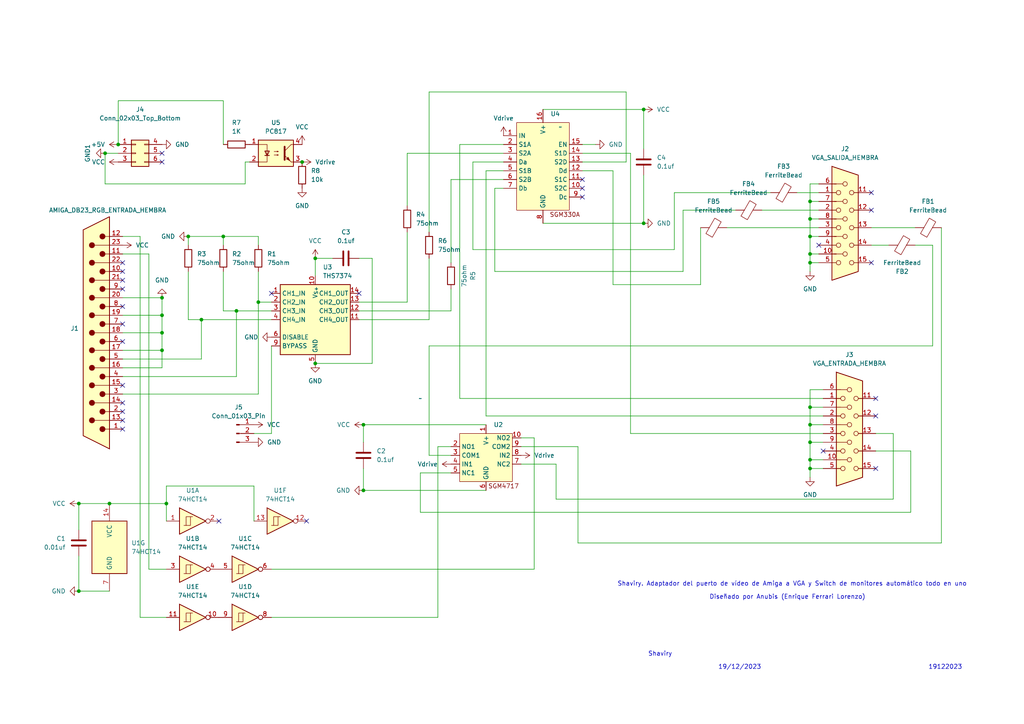
<source format=kicad_sch>
(kicad_sch (version 20230121) (generator eeschema)

  (uuid ef0cc427-0439-4f20-84ce-1ab3342f033e)

  (paper "A4")

  (lib_symbols
    (symbol "Amplifier_Video:THS7374" (in_bom yes) (on_board yes)
      (property "Reference" "U" (at -8.89 11.43 0)
        (effects (font (size 1.27 1.27)))
      )
      (property "Value" "THS7374" (at 5.08 11.43 0)
        (effects (font (size 1.27 1.27)))
      )
      (property "Footprint" "Package_SO:TSSOP-14_4.4x5mm_P0.65mm" (at 0 0 0)
        (effects (font (size 1.27 1.27)) hide)
      )
      (property "Datasheet" "https://www.ti.com/lit/ds/symlink/ths7374.pdf" (at 0 0 0)
        (effects (font (size 1.27 1.27)) hide)
      )
      (property "ki_keywords" "video amplifier sdtv cvbs rgb ypbpr" (at 0 0 0)
        (effects (font (size 1.27 1.27)) hide)
      )
      (property "ki_description" "4 channel SDTV Video Amplifier, TSSOP-14" (at 0 0 0)
        (effects (font (size 1.27 1.27)) hide)
      )
      (property "ki_fp_filters" "TSSOP*4.4x5mm*P0.65mm*" (at 0 0 0)
        (effects (font (size 1.27 1.27)) hide)
      )
      (symbol "THS7374_0_1"
        (rectangle (start -10.16 10.16) (end 10.16 -10.16)
          (stroke (width 0.254) (type default))
          (fill (type background))
        )
      )
      (symbol "THS7374_1_1"
        (pin input line (at -12.7 7.62 0) (length 2.54)
          (name "CH1_IN" (effects (font (size 1.27 1.27))))
          (number "1" (effects (font (size 1.27 1.27))))
        )
        (pin power_in line (at 0 12.7 270) (length 2.54)
          (name "V_{S+}" (effects (font (size 1.27 1.27))))
          (number "10" (effects (font (size 1.27 1.27))))
        )
        (pin output line (at 12.7 0 180) (length 2.54)
          (name "CH4_OUT" (effects (font (size 1.27 1.27))))
          (number "11" (effects (font (size 1.27 1.27))))
        )
        (pin output line (at 12.7 2.54 180) (length 2.54)
          (name "CH3_OUT" (effects (font (size 1.27 1.27))))
          (number "12" (effects (font (size 1.27 1.27))))
        )
        (pin output line (at 12.7 5.08 180) (length 2.54)
          (name "CH2_OUT" (effects (font (size 1.27 1.27))))
          (number "13" (effects (font (size 1.27 1.27))))
        )
        (pin output line (at 12.7 7.62 180) (length 2.54)
          (name "CH1_OUT" (effects (font (size 1.27 1.27))))
          (number "14" (effects (font (size 1.27 1.27))))
        )
        (pin input line (at -12.7 5.08 0) (length 2.54)
          (name "CH2_IN" (effects (font (size 1.27 1.27))))
          (number "2" (effects (font (size 1.27 1.27))))
        )
        (pin input line (at -12.7 2.54 0) (length 2.54)
          (name "CH3_IN" (effects (font (size 1.27 1.27))))
          (number "3" (effects (font (size 1.27 1.27))))
        )
        (pin input line (at -12.7 0 0) (length 2.54)
          (name "CH4_IN" (effects (font (size 1.27 1.27))))
          (number "4" (effects (font (size 1.27 1.27))))
        )
        (pin power_in line (at 0 -12.7 90) (length 2.54)
          (name "GND" (effects (font (size 1.27 1.27))))
          (number "5" (effects (font (size 1.27 1.27))))
        )
        (pin input line (at -12.7 -5.08 0) (length 2.54)
          (name "DISABLE" (effects (font (size 1.27 1.27))))
          (number "6" (effects (font (size 1.27 1.27))))
        )
        (pin no_connect line (at 10.16 -5.08 180) (length 2.54) hide
          (name "NC" (effects (font (size 1.27 1.27))))
          (number "7" (effects (font (size 1.27 1.27))))
        )
        (pin no_connect line (at 10.16 -7.62 180) (length 2.54) hide
          (name "NC" (effects (font (size 1.27 1.27))))
          (number "8" (effects (font (size 1.27 1.27))))
        )
        (pin input line (at -12.7 -7.62 0) (length 2.54)
          (name "BYPASS" (effects (font (size 1.27 1.27))))
          (number "9" (effects (font (size 1.27 1.27))))
        )
      )
    )
    (symbol "Connector:Conn_01x03_Pin" (pin_names (offset 1.016) hide) (in_bom yes) (on_board yes)
      (property "Reference" "J" (at 0 5.08 0)
        (effects (font (size 1.27 1.27)))
      )
      (property "Value" "Conn_01x03_Pin" (at 0 -5.08 0)
        (effects (font (size 1.27 1.27)))
      )
      (property "Footprint" "" (at 0 0 0)
        (effects (font (size 1.27 1.27)) hide)
      )
      (property "Datasheet" "~" (at 0 0 0)
        (effects (font (size 1.27 1.27)) hide)
      )
      (property "ki_locked" "" (at 0 0 0)
        (effects (font (size 1.27 1.27)))
      )
      (property "ki_keywords" "connector" (at 0 0 0)
        (effects (font (size 1.27 1.27)) hide)
      )
      (property "ki_description" "Generic connector, single row, 01x03, script generated" (at 0 0 0)
        (effects (font (size 1.27 1.27)) hide)
      )
      (property "ki_fp_filters" "Connector*:*_1x??_*" (at 0 0 0)
        (effects (font (size 1.27 1.27)) hide)
      )
      (symbol "Conn_01x03_Pin_1_1"
        (polyline
          (pts
            (xy 1.27 -2.54)
            (xy 0.8636 -2.54)
          )
          (stroke (width 0.1524) (type default))
          (fill (type none))
        )
        (polyline
          (pts
            (xy 1.27 0)
            (xy 0.8636 0)
          )
          (stroke (width 0.1524) (type default))
          (fill (type none))
        )
        (polyline
          (pts
            (xy 1.27 2.54)
            (xy 0.8636 2.54)
          )
          (stroke (width 0.1524) (type default))
          (fill (type none))
        )
        (rectangle (start 0.8636 -2.413) (end 0 -2.667)
          (stroke (width 0.1524) (type default))
          (fill (type outline))
        )
        (rectangle (start 0.8636 0.127) (end 0 -0.127)
          (stroke (width 0.1524) (type default))
          (fill (type outline))
        )
        (rectangle (start 0.8636 2.667) (end 0 2.413)
          (stroke (width 0.1524) (type default))
          (fill (type outline))
        )
        (pin passive line (at 5.08 2.54 180) (length 3.81)
          (name "Pin_1" (effects (font (size 1.27 1.27))))
          (number "1" (effects (font (size 1.27 1.27))))
        )
        (pin passive line (at 5.08 0 180) (length 3.81)
          (name "Pin_2" (effects (font (size 1.27 1.27))))
          (number "2" (effects (font (size 1.27 1.27))))
        )
        (pin passive line (at 5.08 -2.54 180) (length 3.81)
          (name "Pin_3" (effects (font (size 1.27 1.27))))
          (number "3" (effects (font (size 1.27 1.27))))
        )
      )
    )
    (symbol "Connector:DE15_Receptacle_HighDensity" (pin_names (offset 1.016) hide) (in_bom yes) (on_board yes)
      (property "Reference" "J" (at 0 21.59 0)
        (effects (font (size 1.27 1.27)))
      )
      (property "Value" "DE15_Receptacle_HighDensity" (at 0 19.05 0)
        (effects (font (size 1.27 1.27)))
      )
      (property "Footprint" "" (at -24.13 10.16 0)
        (effects (font (size 1.27 1.27)) hide)
      )
      (property "Datasheet" " ~" (at -24.13 10.16 0)
        (effects (font (size 1.27 1.27)) hide)
      )
      (property "ki_keywords" "connector  receptacle de15 VGA female D-SUB" (at 0 0 0)
        (effects (font (size 1.27 1.27)) hide)
      )
      (property "ki_description" "15-pin female receptacle socket D-SUB connector, High density (3 columns), Triple Row, Generic, VGA-connector" (at 0 0 0)
        (effects (font (size 1.27 1.27)) hide)
      )
      (property "ki_fp_filters" "DSUB*Female*" (at 0 0 0)
        (effects (font (size 1.27 1.27)) hide)
      )
      (symbol "DE15_Receptacle_HighDensity_0_1"
        (circle (center -1.905 -10.16) (radius 0.635)
          (stroke (width 0) (type default))
          (fill (type none))
        )
        (circle (center -1.905 -5.08) (radius 0.635)
          (stroke (width 0) (type default))
          (fill (type none))
        )
        (circle (center -1.905 0) (radius 0.635)
          (stroke (width 0) (type default))
          (fill (type none))
        )
        (circle (center -1.905 5.08) (radius 0.635)
          (stroke (width 0) (type default))
          (fill (type none))
        )
        (circle (center -1.905 10.16) (radius 0.635)
          (stroke (width 0) (type default))
          (fill (type none))
        )
        (circle (center 0 -7.62) (radius 0.635)
          (stroke (width 0) (type default))
          (fill (type none))
        )
        (circle (center 0 -2.54) (radius 0.635)
          (stroke (width 0) (type default))
          (fill (type none))
        )
        (polyline
          (pts
            (xy -3.175 7.62)
            (xy -0.635 7.62)
          )
          (stroke (width 0) (type default))
          (fill (type none))
        )
        (polyline
          (pts
            (xy -0.635 -7.62)
            (xy -3.175 -7.62)
          )
          (stroke (width 0) (type default))
          (fill (type none))
        )
        (polyline
          (pts
            (xy -0.635 -2.54)
            (xy -3.175 -2.54)
          )
          (stroke (width 0) (type default))
          (fill (type none))
        )
        (polyline
          (pts
            (xy -0.635 2.54)
            (xy -3.175 2.54)
          )
          (stroke (width 0) (type default))
          (fill (type none))
        )
        (polyline
          (pts
            (xy -0.635 12.7)
            (xy -3.175 12.7)
          )
          (stroke (width 0) (type default))
          (fill (type none))
        )
        (polyline
          (pts
            (xy -3.81 17.78)
            (xy -3.81 -15.24)
            (xy 3.81 -12.7)
            (xy 3.81 15.24)
            (xy -3.81 17.78)
          )
          (stroke (width 0.254) (type default))
          (fill (type background))
        )
        (circle (center 0 2.54) (radius 0.635)
          (stroke (width 0) (type default))
          (fill (type none))
        )
        (circle (center 0 7.62) (radius 0.635)
          (stroke (width 0) (type default))
          (fill (type none))
        )
        (circle (center 0 12.7) (radius 0.635)
          (stroke (width 0) (type default))
          (fill (type none))
        )
        (circle (center 1.905 -10.16) (radius 0.635)
          (stroke (width 0) (type default))
          (fill (type none))
        )
        (circle (center 1.905 -5.08) (radius 0.635)
          (stroke (width 0) (type default))
          (fill (type none))
        )
        (circle (center 1.905 0) (radius 0.635)
          (stroke (width 0) (type default))
          (fill (type none))
        )
        (circle (center 1.905 5.08) (radius 0.635)
          (stroke (width 0) (type default))
          (fill (type none))
        )
        (circle (center 1.905 10.16) (radius 0.635)
          (stroke (width 0) (type default))
          (fill (type none))
        )
      )
      (symbol "DE15_Receptacle_HighDensity_1_1"
        (pin passive line (at -7.62 10.16 0) (length 5.08)
          (name "~" (effects (font (size 1.27 1.27))))
          (number "1" (effects (font (size 1.27 1.27))))
        )
        (pin passive line (at -7.62 -7.62 0) (length 5.08)
          (name "~" (effects (font (size 1.27 1.27))))
          (number "10" (effects (font (size 1.27 1.27))))
        )
        (pin passive line (at 7.62 10.16 180) (length 5.08)
          (name "~" (effects (font (size 1.27 1.27))))
          (number "11" (effects (font (size 1.27 1.27))))
        )
        (pin passive line (at 7.62 5.08 180) (length 5.08)
          (name "~" (effects (font (size 1.27 1.27))))
          (number "12" (effects (font (size 1.27 1.27))))
        )
        (pin passive line (at 7.62 0 180) (length 5.08)
          (name "~" (effects (font (size 1.27 1.27))))
          (number "13" (effects (font (size 1.27 1.27))))
        )
        (pin passive line (at 7.62 -5.08 180) (length 5.08)
          (name "~" (effects (font (size 1.27 1.27))))
          (number "14" (effects (font (size 1.27 1.27))))
        )
        (pin passive line (at 7.62 -10.16 180) (length 5.08)
          (name "~" (effects (font (size 1.27 1.27))))
          (number "15" (effects (font (size 1.27 1.27))))
        )
        (pin passive line (at -7.62 5.08 0) (length 5.08)
          (name "~" (effects (font (size 1.27 1.27))))
          (number "2" (effects (font (size 1.27 1.27))))
        )
        (pin passive line (at -7.62 0 0) (length 5.08)
          (name "~" (effects (font (size 1.27 1.27))))
          (number "3" (effects (font (size 1.27 1.27))))
        )
        (pin passive line (at -7.62 -5.08 0) (length 5.08)
          (name "~" (effects (font (size 1.27 1.27))))
          (number "4" (effects (font (size 1.27 1.27))))
        )
        (pin passive line (at -7.62 -10.16 0) (length 5.08)
          (name "~" (effects (font (size 1.27 1.27))))
          (number "5" (effects (font (size 1.27 1.27))))
        )
        (pin passive line (at -7.62 12.7 0) (length 5.08)
          (name "~" (effects (font (size 1.27 1.27))))
          (number "6" (effects (font (size 1.27 1.27))))
        )
        (pin passive line (at -7.62 7.62 0) (length 5.08)
          (name "~" (effects (font (size 1.27 1.27))))
          (number "7" (effects (font (size 1.27 1.27))))
        )
        (pin passive line (at -7.62 2.54 0) (length 5.08)
          (name "~" (effects (font (size 1.27 1.27))))
          (number "8" (effects (font (size 1.27 1.27))))
        )
        (pin passive line (at -7.62 -2.54 0) (length 5.08)
          (name "~" (effects (font (size 1.27 1.27))))
          (number "9" (effects (font (size 1.27 1.27))))
        )
      )
    )
    (symbol "Connector_Generic:Conn_02x03_Top_Bottom" (pin_names (offset 1.016) hide) (in_bom yes) (on_board yes)
      (property "Reference" "J" (at 1.27 5.08 0)
        (effects (font (size 1.27 1.27)))
      )
      (property "Value" "Conn_02x03_Top_Bottom" (at 1.27 -5.08 0)
        (effects (font (size 1.27 1.27)))
      )
      (property "Footprint" "" (at 0 0 0)
        (effects (font (size 1.27 1.27)) hide)
      )
      (property "Datasheet" "~" (at 0 0 0)
        (effects (font (size 1.27 1.27)) hide)
      )
      (property "ki_keywords" "connector" (at 0 0 0)
        (effects (font (size 1.27 1.27)) hide)
      )
      (property "ki_description" "Generic connector, double row, 02x03, top/bottom pin numbering scheme (row 1: 1...pins_per_row, row2: pins_per_row+1 ... num_pins), script generated (kicad-library-utils/schlib/autogen/connector/)" (at 0 0 0)
        (effects (font (size 1.27 1.27)) hide)
      )
      (property "ki_fp_filters" "Connector*:*_2x??_*" (at 0 0 0)
        (effects (font (size 1.27 1.27)) hide)
      )
      (symbol "Conn_02x03_Top_Bottom_1_1"
        (rectangle (start -1.27 -2.413) (end 0 -2.667)
          (stroke (width 0.1524) (type default))
          (fill (type none))
        )
        (rectangle (start -1.27 0.127) (end 0 -0.127)
          (stroke (width 0.1524) (type default))
          (fill (type none))
        )
        (rectangle (start -1.27 2.667) (end 0 2.413)
          (stroke (width 0.1524) (type default))
          (fill (type none))
        )
        (rectangle (start -1.27 3.81) (end 3.81 -3.81)
          (stroke (width 0.254) (type default))
          (fill (type background))
        )
        (rectangle (start 3.81 -2.413) (end 2.54 -2.667)
          (stroke (width 0.1524) (type default))
          (fill (type none))
        )
        (rectangle (start 3.81 0.127) (end 2.54 -0.127)
          (stroke (width 0.1524) (type default))
          (fill (type none))
        )
        (rectangle (start 3.81 2.667) (end 2.54 2.413)
          (stroke (width 0.1524) (type default))
          (fill (type none))
        )
        (pin passive line (at -5.08 2.54 0) (length 3.81)
          (name "Pin_1" (effects (font (size 1.27 1.27))))
          (number "1" (effects (font (size 1.27 1.27))))
        )
        (pin passive line (at -5.08 0 0) (length 3.81)
          (name "Pin_2" (effects (font (size 1.27 1.27))))
          (number "2" (effects (font (size 1.27 1.27))))
        )
        (pin passive line (at -5.08 -2.54 0) (length 3.81)
          (name "Pin_3" (effects (font (size 1.27 1.27))))
          (number "3" (effects (font (size 1.27 1.27))))
        )
        (pin passive line (at 7.62 2.54 180) (length 3.81)
          (name "Pin_4" (effects (font (size 1.27 1.27))))
          (number "4" (effects (font (size 1.27 1.27))))
        )
        (pin passive line (at 7.62 0 180) (length 3.81)
          (name "Pin_5" (effects (font (size 1.27 1.27))))
          (number "5" (effects (font (size 1.27 1.27))))
        )
        (pin passive line (at 7.62 -2.54 180) (length 3.81)
          (name "Pin_6" (effects (font (size 1.27 1.27))))
          (number "6" (effects (font (size 1.27 1.27))))
        )
      )
    )
    (symbol "Device:C" (pin_numbers hide) (pin_names (offset 0.254)) (in_bom yes) (on_board yes)
      (property "Reference" "C" (at 0.635 2.54 0)
        (effects (font (size 1.27 1.27)) (justify left))
      )
      (property "Value" "C" (at 0.635 -2.54 0)
        (effects (font (size 1.27 1.27)) (justify left))
      )
      (property "Footprint" "" (at 0.9652 -3.81 0)
        (effects (font (size 1.27 1.27)) hide)
      )
      (property "Datasheet" "~" (at 0 0 0)
        (effects (font (size 1.27 1.27)) hide)
      )
      (property "ki_keywords" "cap capacitor" (at 0 0 0)
        (effects (font (size 1.27 1.27)) hide)
      )
      (property "ki_description" "Unpolarized capacitor" (at 0 0 0)
        (effects (font (size 1.27 1.27)) hide)
      )
      (property "ki_fp_filters" "C_*" (at 0 0 0)
        (effects (font (size 1.27 1.27)) hide)
      )
      (symbol "C_0_1"
        (polyline
          (pts
            (xy -2.032 -0.762)
            (xy 2.032 -0.762)
          )
          (stroke (width 0.508) (type default))
          (fill (type none))
        )
        (polyline
          (pts
            (xy -2.032 0.762)
            (xy 2.032 0.762)
          )
          (stroke (width 0.508) (type default))
          (fill (type none))
        )
      )
      (symbol "C_1_1"
        (pin passive line (at 0 3.81 270) (length 2.794)
          (name "~" (effects (font (size 1.27 1.27))))
          (number "1" (effects (font (size 1.27 1.27))))
        )
        (pin passive line (at 0 -3.81 90) (length 2.794)
          (name "~" (effects (font (size 1.27 1.27))))
          (number "2" (effects (font (size 1.27 1.27))))
        )
      )
    )
    (symbol "Device:FerriteBead" (pin_numbers hide) (pin_names (offset 0)) (in_bom yes) (on_board yes)
      (property "Reference" "FB" (at -3.81 0.635 90)
        (effects (font (size 1.27 1.27)))
      )
      (property "Value" "FerriteBead" (at 3.81 0 90)
        (effects (font (size 1.27 1.27)))
      )
      (property "Footprint" "" (at -1.778 0 90)
        (effects (font (size 1.27 1.27)) hide)
      )
      (property "Datasheet" "~" (at 0 0 0)
        (effects (font (size 1.27 1.27)) hide)
      )
      (property "ki_keywords" "L ferrite bead inductor filter" (at 0 0 0)
        (effects (font (size 1.27 1.27)) hide)
      )
      (property "ki_description" "Ferrite bead" (at 0 0 0)
        (effects (font (size 1.27 1.27)) hide)
      )
      (property "ki_fp_filters" "Inductor_* L_* *Ferrite*" (at 0 0 0)
        (effects (font (size 1.27 1.27)) hide)
      )
      (symbol "FerriteBead_0_1"
        (polyline
          (pts
            (xy 0 -1.27)
            (xy 0 -1.2192)
          )
          (stroke (width 0) (type default))
          (fill (type none))
        )
        (polyline
          (pts
            (xy 0 1.27)
            (xy 0 1.2954)
          )
          (stroke (width 0) (type default))
          (fill (type none))
        )
        (polyline
          (pts
            (xy -2.7686 0.4064)
            (xy -1.7018 2.2606)
            (xy 2.7686 -0.3048)
            (xy 1.6764 -2.159)
            (xy -2.7686 0.4064)
          )
          (stroke (width 0) (type default))
          (fill (type none))
        )
      )
      (symbol "FerriteBead_1_1"
        (pin passive line (at 0 3.81 270) (length 2.54)
          (name "~" (effects (font (size 1.27 1.27))))
          (number "1" (effects (font (size 1.27 1.27))))
        )
        (pin passive line (at 0 -3.81 90) (length 2.54)
          (name "~" (effects (font (size 1.27 1.27))))
          (number "2" (effects (font (size 1.27 1.27))))
        )
      )
    )
    (symbol "Device:R" (pin_numbers hide) (pin_names (offset 0)) (in_bom yes) (on_board yes)
      (property "Reference" "R" (at 2.032 0 90)
        (effects (font (size 1.27 1.27)))
      )
      (property "Value" "R" (at 0 0 90)
        (effects (font (size 1.27 1.27)))
      )
      (property "Footprint" "" (at -1.778 0 90)
        (effects (font (size 1.27 1.27)) hide)
      )
      (property "Datasheet" "~" (at 0 0 0)
        (effects (font (size 1.27 1.27)) hide)
      )
      (property "ki_keywords" "R res resistor" (at 0 0 0)
        (effects (font (size 1.27 1.27)) hide)
      )
      (property "ki_description" "Resistor" (at 0 0 0)
        (effects (font (size 1.27 1.27)) hide)
      )
      (property "ki_fp_filters" "R_*" (at 0 0 0)
        (effects (font (size 1.27 1.27)) hide)
      )
      (symbol "R_0_1"
        (rectangle (start -1.016 -2.54) (end 1.016 2.54)
          (stroke (width 0.254) (type default))
          (fill (type none))
        )
      )
      (symbol "R_1_1"
        (pin passive line (at 0 3.81 270) (length 1.27)
          (name "~" (effects (font (size 1.27 1.27))))
          (number "1" (effects (font (size 1.27 1.27))))
        )
        (pin passive line (at 0 -3.81 90) (length 1.27)
          (name "~" (effects (font (size 1.27 1.27))))
          (number "2" (effects (font (size 1.27 1.27))))
        )
      )
    )
    (symbol "Isolator:PC817" (pin_names (offset 1.016)) (in_bom yes) (on_board yes)
      (property "Reference" "U" (at -5.08 5.08 0)
        (effects (font (size 1.27 1.27)) (justify left))
      )
      (property "Value" "PC817" (at 0 5.08 0)
        (effects (font (size 1.27 1.27)) (justify left))
      )
      (property "Footprint" "Package_DIP:DIP-4_W7.62mm" (at -5.08 -5.08 0)
        (effects (font (size 1.27 1.27) italic) (justify left) hide)
      )
      (property "Datasheet" "http://www.soselectronic.cz/a_info/resource/d/pc817.pdf" (at 0 0 0)
        (effects (font (size 1.27 1.27)) (justify left) hide)
      )
      (property "ki_keywords" "NPN DC Optocoupler" (at 0 0 0)
        (effects (font (size 1.27 1.27)) hide)
      )
      (property "ki_description" "DC Optocoupler, Vce 35V, CTR 50-300%, DIP-4" (at 0 0 0)
        (effects (font (size 1.27 1.27)) hide)
      )
      (property "ki_fp_filters" "DIP*W7.62mm*" (at 0 0 0)
        (effects (font (size 1.27 1.27)) hide)
      )
      (symbol "PC817_0_1"
        (rectangle (start -5.08 3.81) (end 5.08 -3.81)
          (stroke (width 0.254) (type default))
          (fill (type background))
        )
        (polyline
          (pts
            (xy -3.175 -0.635)
            (xy -1.905 -0.635)
          )
          (stroke (width 0.254) (type default))
          (fill (type none))
        )
        (polyline
          (pts
            (xy 2.54 0.635)
            (xy 4.445 2.54)
          )
          (stroke (width 0) (type default))
          (fill (type none))
        )
        (polyline
          (pts
            (xy 4.445 -2.54)
            (xy 2.54 -0.635)
          )
          (stroke (width 0) (type default))
          (fill (type outline))
        )
        (polyline
          (pts
            (xy 4.445 -2.54)
            (xy 5.08 -2.54)
          )
          (stroke (width 0) (type default))
          (fill (type none))
        )
        (polyline
          (pts
            (xy 4.445 2.54)
            (xy 5.08 2.54)
          )
          (stroke (width 0) (type default))
          (fill (type none))
        )
        (polyline
          (pts
            (xy -5.08 2.54)
            (xy -2.54 2.54)
            (xy -2.54 -0.635)
          )
          (stroke (width 0) (type default))
          (fill (type none))
        )
        (polyline
          (pts
            (xy -2.54 -0.635)
            (xy -2.54 -2.54)
            (xy -5.08 -2.54)
          )
          (stroke (width 0) (type default))
          (fill (type none))
        )
        (polyline
          (pts
            (xy 2.54 1.905)
            (xy 2.54 -1.905)
            (xy 2.54 -1.905)
          )
          (stroke (width 0.508) (type default))
          (fill (type none))
        )
        (polyline
          (pts
            (xy -2.54 -0.635)
            (xy -3.175 0.635)
            (xy -1.905 0.635)
            (xy -2.54 -0.635)
          )
          (stroke (width 0.254) (type default))
          (fill (type none))
        )
        (polyline
          (pts
            (xy -0.508 -0.508)
            (xy 0.762 -0.508)
            (xy 0.381 -0.635)
            (xy 0.381 -0.381)
            (xy 0.762 -0.508)
          )
          (stroke (width 0) (type default))
          (fill (type none))
        )
        (polyline
          (pts
            (xy -0.508 0.508)
            (xy 0.762 0.508)
            (xy 0.381 0.381)
            (xy 0.381 0.635)
            (xy 0.762 0.508)
          )
          (stroke (width 0) (type default))
          (fill (type none))
        )
        (polyline
          (pts
            (xy 3.048 -1.651)
            (xy 3.556 -1.143)
            (xy 4.064 -2.159)
            (xy 3.048 -1.651)
            (xy 3.048 -1.651)
          )
          (stroke (width 0) (type default))
          (fill (type outline))
        )
      )
      (symbol "PC817_1_1"
        (pin passive line (at -7.62 2.54 0) (length 2.54)
          (name "~" (effects (font (size 1.27 1.27))))
          (number "1" (effects (font (size 1.27 1.27))))
        )
        (pin passive line (at -7.62 -2.54 0) (length 2.54)
          (name "~" (effects (font (size 1.27 1.27))))
          (number "2" (effects (font (size 1.27 1.27))))
        )
        (pin passive line (at 7.62 -2.54 180) (length 2.54)
          (name "~" (effects (font (size 1.27 1.27))))
          (number "3" (effects (font (size 1.27 1.27))))
        )
        (pin passive line (at 7.62 2.54 180) (length 2.54)
          (name "~" (effects (font (size 1.27 1.27))))
          (number "4" (effects (font (size 1.27 1.27))))
        )
      )
    )
    (symbol "Mis Cosas:74HCT14" (pin_names (offset 1.016)) (in_bom yes) (on_board yes)
      (property "Reference" "U" (at 0 1.27 0)
        (effects (font (size 1.27 1.27)))
      )
      (property "Value" "74HCT14" (at 0 -1.27 0)
        (effects (font (size 1.27 1.27)))
      )
      (property "Footprint" "" (at 0 0 0)
        (effects (font (size 1.27 1.27)) hide)
      )
      (property "Datasheet" "http://www.ti.com/lit/gpn/sn74HC14" (at 0 0 0)
        (effects (font (size 1.27 1.27)) hide)
      )
      (property "ki_locked" "" (at 0 0 0)
        (effects (font (size 1.27 1.27)))
      )
      (property "ki_keywords" "HCMOS not inverter" (at 0 0 0)
        (effects (font (size 1.27 1.27)) hide)
      )
      (property "ki_description" "Hex inverter schmitt trigger" (at 0 0 0)
        (effects (font (size 1.27 1.27)) hide)
      )
      (property "ki_fp_filters" "DIP*W7.62mm*" (at 0 0 0)
        (effects (font (size 1.27 1.27)) hide)
      )
      (symbol "74HCT14_1_0"
        (polyline
          (pts
            (xy -3.81 3.81)
            (xy -3.81 -3.81)
            (xy 3.81 0)
            (xy -3.81 3.81)
          )
          (stroke (width 0.254) (type default))
          (fill (type background))
        )
        (pin input line (at -7.62 0 0) (length 3.81)
          (name "~" (effects (font (size 1.27 1.27))))
          (number "1" (effects (font (size 1.27 1.27))))
        )
        (pin output inverted (at 7.62 0 180) (length 3.81)
          (name "~" (effects (font (size 1.27 1.27))))
          (number "2" (effects (font (size 1.27 1.27))))
        )
      )
      (symbol "74HCT14_1_1"
        (polyline
          (pts
            (xy -1.905 -1.27)
            (xy -1.905 1.27)
            (xy -0.635 1.27)
          )
          (stroke (width 0) (type default))
          (fill (type none))
        )
        (polyline
          (pts
            (xy -2.54 -1.27)
            (xy -0.635 -1.27)
            (xy -0.635 1.27)
            (xy 0 1.27)
          )
          (stroke (width 0) (type default))
          (fill (type none))
        )
      )
      (symbol "74HCT14_2_0"
        (polyline
          (pts
            (xy -3.81 3.81)
            (xy -3.81 -3.81)
            (xy 3.81 0)
            (xy -3.81 3.81)
          )
          (stroke (width 0.254) (type default))
          (fill (type background))
        )
        (pin input line (at -7.62 0 0) (length 3.81)
          (name "~" (effects (font (size 1.27 1.27))))
          (number "3" (effects (font (size 1.27 1.27))))
        )
        (pin output inverted (at 7.62 0 180) (length 3.81)
          (name "~" (effects (font (size 1.27 1.27))))
          (number "4" (effects (font (size 1.27 1.27))))
        )
      )
      (symbol "74HCT14_2_1"
        (polyline
          (pts
            (xy -1.905 -1.27)
            (xy -1.905 1.27)
            (xy -0.635 1.27)
          )
          (stroke (width 0) (type default))
          (fill (type none))
        )
        (polyline
          (pts
            (xy -2.54 -1.27)
            (xy -0.635 -1.27)
            (xy -0.635 1.27)
            (xy 0 1.27)
          )
          (stroke (width 0) (type default))
          (fill (type none))
        )
      )
      (symbol "74HCT14_3_0"
        (polyline
          (pts
            (xy -3.81 3.81)
            (xy -3.81 -3.81)
            (xy 3.81 0)
            (xy -3.81 3.81)
          )
          (stroke (width 0.254) (type default))
          (fill (type background))
        )
        (pin input line (at -7.62 0 0) (length 3.81)
          (name "~" (effects (font (size 1.27 1.27))))
          (number "5" (effects (font (size 1.27 1.27))))
        )
        (pin output inverted (at 7.62 0 180) (length 3.81)
          (name "~" (effects (font (size 1.27 1.27))))
          (number "6" (effects (font (size 1.27 1.27))))
        )
      )
      (symbol "74HCT14_3_1"
        (polyline
          (pts
            (xy -1.905 -1.27)
            (xy -1.905 1.27)
            (xy -0.635 1.27)
          )
          (stroke (width 0) (type default))
          (fill (type none))
        )
        (polyline
          (pts
            (xy -2.54 -1.27)
            (xy -0.635 -1.27)
            (xy -0.635 1.27)
            (xy 0 1.27)
          )
          (stroke (width 0) (type default))
          (fill (type none))
        )
      )
      (symbol "74HCT14_4_0"
        (polyline
          (pts
            (xy -3.81 3.81)
            (xy -3.81 -3.81)
            (xy 3.81 0)
            (xy -3.81 3.81)
          )
          (stroke (width 0.254) (type default))
          (fill (type background))
        )
        (pin output inverted (at 7.62 0 180) (length 3.81)
          (name "~" (effects (font (size 1.27 1.27))))
          (number "8" (effects (font (size 1.27 1.27))))
        )
        (pin input line (at -7.62 0 0) (length 3.81)
          (name "~" (effects (font (size 1.27 1.27))))
          (number "9" (effects (font (size 1.27 1.27))))
        )
      )
      (symbol "74HCT14_4_1"
        (polyline
          (pts
            (xy -1.905 -1.27)
            (xy -1.905 1.27)
            (xy -0.635 1.27)
          )
          (stroke (width 0) (type default))
          (fill (type none))
        )
        (polyline
          (pts
            (xy -2.54 -1.27)
            (xy -0.635 -1.27)
            (xy -0.635 1.27)
            (xy 0 1.27)
          )
          (stroke (width 0) (type default))
          (fill (type none))
        )
      )
      (symbol "74HCT14_5_0"
        (polyline
          (pts
            (xy -3.81 3.81)
            (xy -3.81 -3.81)
            (xy 3.81 0)
            (xy -3.81 3.81)
          )
          (stroke (width 0.254) (type default))
          (fill (type background))
        )
        (pin output inverted (at 7.62 0 180) (length 3.81)
          (name "~" (effects (font (size 1.27 1.27))))
          (number "10" (effects (font (size 1.27 1.27))))
        )
        (pin input line (at -7.62 0 0) (length 3.81)
          (name "~" (effects (font (size 1.27 1.27))))
          (number "11" (effects (font (size 1.27 1.27))))
        )
      )
      (symbol "74HCT14_5_1"
        (polyline
          (pts
            (xy -1.905 -1.27)
            (xy -1.905 1.27)
            (xy -0.635 1.27)
          )
          (stroke (width 0) (type default))
          (fill (type none))
        )
        (polyline
          (pts
            (xy -2.54 -1.27)
            (xy -0.635 -1.27)
            (xy -0.635 1.27)
            (xy 0 1.27)
          )
          (stroke (width 0) (type default))
          (fill (type none))
        )
      )
      (symbol "74HCT14_6_0"
        (polyline
          (pts
            (xy -3.81 3.81)
            (xy -3.81 -3.81)
            (xy 3.81 0)
            (xy -3.81 3.81)
          )
          (stroke (width 0.254) (type default))
          (fill (type background))
        )
        (pin output inverted (at 7.62 0 180) (length 3.81)
          (name "~" (effects (font (size 1.27 1.27))))
          (number "12" (effects (font (size 1.27 1.27))))
        )
        (pin input line (at -7.62 0 0) (length 3.81)
          (name "~" (effects (font (size 1.27 1.27))))
          (number "13" (effects (font (size 1.27 1.27))))
        )
      )
      (symbol "74HCT14_6_1"
        (polyline
          (pts
            (xy -1.905 -1.27)
            (xy -1.905 1.27)
            (xy -0.635 1.27)
          )
          (stroke (width 0) (type default))
          (fill (type none))
        )
        (polyline
          (pts
            (xy -2.54 -1.27)
            (xy -0.635 -1.27)
            (xy -0.635 1.27)
            (xy 0 1.27)
          )
          (stroke (width 0) (type default))
          (fill (type none))
        )
      )
      (symbol "74HCT14_7_0"
        (pin power_in line (at 0 12.7 270) (length 5.08)
          (name "VCC" (effects (font (size 1.27 1.27))))
          (number "14" (effects (font (size 1.27 1.27))))
        )
        (pin power_in line (at 0 -12.7 90) (length 5.08)
          (name "GND" (effects (font (size 1.27 1.27))))
          (number "7" (effects (font (size 1.27 1.27))))
        )
      )
      (symbol "74HCT14_7_1"
        (rectangle (start -5.08 7.62) (end 5.08 -7.62)
          (stroke (width 0.254) (type default))
          (fill (type background))
        )
      )
    )
    (symbol "Mis Cosas:DB23_RGB" (pin_names (offset 1.016) hide) (in_bom yes) (on_board yes)
      (property "Reference" "J" (at 0 34.29 0)
        (effects (font (size 1.27 1.27)))
      )
      (property "Value" "DB23_RGB" (at 0 -38.1 0)
        (effects (font (size 1.27 1.27)))
      )
      (property "Footprint" "" (at 0 0 0)
        (effects (font (size 1.27 1.27)) hide)
      )
      (property "Datasheet" "" (at 0 0 0)
        (effects (font (size 1.27 1.27)) hide)
      )
      (property "ki_fp_filters" "DB*M*" (at 0 0 0)
        (effects (font (size 1.27 1.27)) hide)
      )
      (symbol "DB23_RGB_0_1"
        (circle (center -1.778 -30.48) (radius 0.762)
          (stroke (width 0) (type solid))
          (fill (type outline))
        )
        (circle (center -1.778 -25.4) (radius 0.762)
          (stroke (width 0) (type solid))
          (fill (type outline))
        )
        (circle (center -1.778 -20.32) (radius 0.762)
          (stroke (width 0) (type solid))
          (fill (type outline))
        )
        (circle (center -1.778 -15.24) (radius 0.762)
          (stroke (width 0) (type solid))
          (fill (type outline))
        )
        (circle (center -1.778 -10.16) (radius 0.762)
          (stroke (width 0) (type solid))
          (fill (type outline))
        )
        (circle (center -1.778 -5.08) (radius 0.762)
          (stroke (width 0) (type solid))
          (fill (type outline))
        )
        (circle (center -1.778 0) (radius 0.762)
          (stroke (width 0) (type solid))
          (fill (type outline))
        )
        (circle (center -1.778 5.08) (radius 0.762)
          (stroke (width 0) (type solid))
          (fill (type outline))
        )
        (circle (center -1.778 10.16) (radius 0.762)
          (stroke (width 0) (type solid))
          (fill (type outline))
        )
        (circle (center -1.778 15.24) (radius 0.762)
          (stroke (width 0) (type solid))
          (fill (type outline))
        )
        (circle (center -1.778 20.32) (radius 0.762)
          (stroke (width 0) (type solid))
          (fill (type outline))
        )
        (circle (center -1.778 25.4) (radius 0.762)
          (stroke (width 0) (type solid))
          (fill (type outline))
        )
        (polyline
          (pts
            (xy -3.81 -30.48)
            (xy -2.54 -30.48)
          )
          (stroke (width 0) (type solid))
          (fill (type none))
        )
        (polyline
          (pts
            (xy -3.81 -27.94)
            (xy 0.508 -27.94)
          )
          (stroke (width 0) (type solid))
          (fill (type none))
        )
        (polyline
          (pts
            (xy -3.81 -25.4)
            (xy -2.54 -25.4)
          )
          (stroke (width 0) (type solid))
          (fill (type none))
        )
        (polyline
          (pts
            (xy -3.81 -22.86)
            (xy 0.508 -22.86)
          )
          (stroke (width 0) (type solid))
          (fill (type none))
        )
        (polyline
          (pts
            (xy -3.81 -20.32)
            (xy -2.54 -20.32)
          )
          (stroke (width 0) (type solid))
          (fill (type none))
        )
        (polyline
          (pts
            (xy -3.81 -17.78)
            (xy 0.508 -17.78)
          )
          (stroke (width 0) (type solid))
          (fill (type none))
        )
        (polyline
          (pts
            (xy -3.81 -15.24)
            (xy -2.54 -15.24)
          )
          (stroke (width 0) (type solid))
          (fill (type none))
        )
        (polyline
          (pts
            (xy -3.81 -12.7)
            (xy 0.508 -12.7)
          )
          (stroke (width 0) (type solid))
          (fill (type none))
        )
        (polyline
          (pts
            (xy -3.81 -10.16)
            (xy -2.54 -10.16)
          )
          (stroke (width 0) (type solid))
          (fill (type none))
        )
        (polyline
          (pts
            (xy -3.81 -7.62)
            (xy 0.508 -7.62)
          )
          (stroke (width 0) (type solid))
          (fill (type none))
        )
        (polyline
          (pts
            (xy -3.81 -5.08)
            (xy -2.54 -5.08)
          )
          (stroke (width 0) (type solid))
          (fill (type none))
        )
        (polyline
          (pts
            (xy -3.81 -2.54)
            (xy 0.508 -2.54)
          )
          (stroke (width 0) (type solid))
          (fill (type none))
        )
        (polyline
          (pts
            (xy -3.81 0)
            (xy -2.54 0)
          )
          (stroke (width 0) (type solid))
          (fill (type none))
        )
        (polyline
          (pts
            (xy -3.81 2.54)
            (xy 0.508 2.54)
          )
          (stroke (width 0) (type solid))
          (fill (type none))
        )
        (polyline
          (pts
            (xy -3.81 5.08)
            (xy -2.54 5.08)
          )
          (stroke (width 0) (type solid))
          (fill (type none))
        )
        (polyline
          (pts
            (xy -3.81 7.62)
            (xy 0.508 7.62)
          )
          (stroke (width 0) (type solid))
          (fill (type none))
        )
        (polyline
          (pts
            (xy -3.81 10.16)
            (xy -2.54 10.16)
          )
          (stroke (width 0) (type solid))
          (fill (type none))
        )
        (polyline
          (pts
            (xy -3.81 12.7)
            (xy 0.508 12.7)
          )
          (stroke (width 0) (type solid))
          (fill (type none))
        )
        (polyline
          (pts
            (xy -3.81 15.24)
            (xy -2.54 15.24)
          )
          (stroke (width 0) (type solid))
          (fill (type none))
        )
        (polyline
          (pts
            (xy -3.81 17.78)
            (xy 0.508 17.78)
          )
          (stroke (width 0) (type solid))
          (fill (type none))
        )
        (polyline
          (pts
            (xy -3.81 20.32)
            (xy -2.54 20.32)
          )
          (stroke (width 0) (type solid))
          (fill (type none))
        )
        (polyline
          (pts
            (xy -3.81 22.86)
            (xy 0.508 22.86)
          )
          (stroke (width 0) (type solid))
          (fill (type none))
        )
        (polyline
          (pts
            (xy -3.81 25.4)
            (xy -2.54 25.4)
          )
          (stroke (width 0) (type solid))
          (fill (type none))
        )
        (polyline
          (pts
            (xy -3.81 -36.195)
            (xy 3.81 -32.385)
            (xy 3.81 27.305)
            (xy -3.81 31.115)
            (xy -3.81 -36.195)
          )
          (stroke (width 0.254) (type solid))
          (fill (type background))
        )
        (circle (center 1.27 -27.94) (radius 0.762)
          (stroke (width 0) (type solid))
          (fill (type outline))
        )
        (circle (center 1.27 -22.86) (radius 0.762)
          (stroke (width 0) (type solid))
          (fill (type outline))
        )
        (circle (center 1.27 -17.78) (radius 0.762)
          (stroke (width 0) (type solid))
          (fill (type outline))
        )
        (circle (center 1.27 -12.7) (radius 0.762)
          (stroke (width 0) (type solid))
          (fill (type outline))
        )
        (circle (center 1.27 -7.62) (radius 0.762)
          (stroke (width 0) (type solid))
          (fill (type outline))
        )
        (circle (center 1.27 -2.54) (radius 0.762)
          (stroke (width 0) (type solid))
          (fill (type outline))
        )
        (circle (center 1.27 2.54) (radius 0.762)
          (stroke (width 0) (type solid))
          (fill (type outline))
        )
        (circle (center 1.27 7.62) (radius 0.762)
          (stroke (width 0) (type solid))
          (fill (type outline))
        )
        (circle (center 1.27 12.7) (radius 0.762)
          (stroke (width 0) (type solid))
          (fill (type outline))
        )
        (circle (center 1.27 17.78) (radius 0.762)
          (stroke (width 0) (type solid))
          (fill (type outline))
        )
        (circle (center 1.27 22.86) (radius 0.762)
          (stroke (width 0) (type solid))
          (fill (type outline))
        )
      )
      (symbol "DB23_RGB_1_1"
        (pin input line (at -7.62 -30.48 0) (length 3.81)
          (name "/XCLK" (effects (font (size 1.27 1.27))))
          (number "1" (effects (font (size 1.27 1.27))))
        )
        (pin output line (at -7.62 15.24 0) (length 3.81)
          (name "/CSYNC" (effects (font (size 1.27 1.27))))
          (number "10" (effects (font (size 1.27 1.27))))
        )
        (pin output line (at -7.62 20.32 0) (length 3.81)
          (name "/HSYNC" (effects (font (size 1.27 1.27))))
          (number "11" (effects (font (size 1.27 1.27))))
        )
        (pin output line (at -7.62 25.4 0) (length 3.81)
          (name "/VSYNC" (effects (font (size 1.27 1.27))))
          (number "12" (effects (font (size 1.27 1.27))))
        )
        (pin passive line (at -7.62 -27.94 0) (length 3.81)
          (name "GNDRTN" (effects (font (size 1.27 1.27))))
          (number "13" (effects (font (size 1.27 1.27))))
        )
        (pin output line (at -7.62 -22.86 0) (length 3.81)
          (name "/PIXELSW" (effects (font (size 1.27 1.27))))
          (number "14" (effects (font (size 1.27 1.27))))
        )
        (pin output line (at -7.62 -17.78 0) (length 3.81)
          (name "/C1" (effects (font (size 1.27 1.27))))
          (number "15" (effects (font (size 1.27 1.27))))
        )
        (pin power_in line (at -7.62 -12.7 0) (length 3.81)
          (name "REDGND" (effects (font (size 1.27 1.27))))
          (number "16" (effects (font (size 1.27 1.27))))
        )
        (pin power_in line (at -7.62 -7.62 0) (length 3.81)
          (name "GREENGND" (effects (font (size 1.27 1.27))))
          (number "17" (effects (font (size 1.27 1.27))))
        )
        (pin power_in line (at -7.62 -2.54 0) (length 3.81)
          (name "BLUEGND" (effects (font (size 1.27 1.27))))
          (number "18" (effects (font (size 1.27 1.27))))
        )
        (pin power_in line (at -7.62 2.54 0) (length 3.81)
          (name "CHVSYNCGND" (effects (font (size 1.27 1.27))))
          (number "19" (effects (font (size 1.27 1.27))))
        )
        (pin input line (at -7.62 -25.4 0) (length 3.81)
          (name "/XCLKEN" (effects (font (size 1.27 1.27))))
          (number "2" (effects (font (size 1.27 1.27))))
        )
        (pin power_in line (at -7.62 7.62 0) (length 3.81)
          (name "GND" (effects (font (size 1.27 1.27))))
          (number "20" (effects (font (size 1.27 1.27))))
        )
        (pin power_out line (at -7.62 12.7 0) (length 3.81)
          (name "-12_desk_-5_big" (effects (font (size 1.27 1.27))))
          (number "21" (effects (font (size 1.27 1.27))))
        )
        (pin power_out line (at -7.62 17.78 0) (length 3.81)
          (name "+12v" (effects (font (size 1.27 1.27))))
          (number "22" (effects (font (size 1.27 1.27))))
        )
        (pin power_out line (at -7.62 22.86 0) (length 3.81)
          (name "+5v" (effects (font (size 1.27 1.27))))
          (number "23" (effects (font (size 1.27 1.27))))
        )
        (pin output line (at -7.62 -20.32 0) (length 3.81)
          (name "RED" (effects (font (size 1.27 1.27))))
          (number "3" (effects (font (size 1.27 1.27))))
        )
        (pin output line (at -7.62 -15.24 0) (length 3.81)
          (name "GREEN" (effects (font (size 1.27 1.27))))
          (number "4" (effects (font (size 1.27 1.27))))
        )
        (pin output line (at -7.62 -10.16 0) (length 3.81)
          (name "BLUE" (effects (font (size 1.27 1.27))))
          (number "5" (effects (font (size 1.27 1.27))))
        )
        (pin output line (at -7.62 -5.08 0) (length 3.81)
          (name "DI" (effects (font (size 1.27 1.27))))
          (number "6" (effects (font (size 1.27 1.27))))
        )
        (pin output line (at -7.62 0 0) (length 3.81)
          (name "DR" (effects (font (size 1.27 1.27))))
          (number "7" (effects (font (size 1.27 1.27))))
        )
        (pin output line (at -7.62 5.08 0) (length 3.81)
          (name "DG" (effects (font (size 1.27 1.27))))
          (number "8" (effects (font (size 1.27 1.27))))
        )
        (pin output line (at -7.62 10.16 0) (length 3.81)
          (name "DB" (effects (font (size 1.27 1.27))))
          (number "9" (effects (font (size 1.27 1.27))))
        )
      )
    )
    (symbol "Mis Cosas:SGM330A" (in_bom yes) (on_board yes)
      (property "Reference" "U" (at -5.08 1.27 0)
        (effects (font (size 1.27 1.27)))
      )
      (property "Value" "" (at 5.08 -1.27 0)
        (effects (font (size 1.27 1.27)))
      )
      (property "Footprint" "" (at 5.08 -1.27 0)
        (effects (font (size 1.27 1.27)) hide)
      )
      (property "Datasheet" "" (at 5.08 -1.27 0)
        (effects (font (size 1.27 1.27)) hide)
      )
      (symbol "SGM330A_1_1"
        (rectangle (start -7.62 0) (end 7.62 -25.4)
          (stroke (width 0) (type default))
          (fill (type background))
        )
        (text "SGM330A" (at 6.35 -26.67 0)
          (effects (font (size 1.27 1.27)))
        )
        (pin input line (at -11.43 -3.81 0) (length 3.81)
          (name "IN" (effects (font (size 1.27 1.27))))
          (number "1" (effects (font (size 1.27 1.27))))
        )
        (pin bidirectional line (at 11.43 -19.05 180) (length 3.81)
          (name "S2C" (effects (font (size 1.27 1.27))))
          (number "10" (effects (font (size 1.27 1.27))))
        )
        (pin bidirectional line (at 11.43 -16.51 180) (length 3.81)
          (name "S1C" (effects (font (size 1.27 1.27))))
          (number "11" (effects (font (size 1.27 1.27))))
        )
        (pin bidirectional line (at 11.43 -13.97 180) (length 3.81)
          (name "Dd" (effects (font (size 1.27 1.27))))
          (number "12" (effects (font (size 1.27 1.27))))
        )
        (pin bidirectional line (at 11.43 -11.43 180) (length 3.81)
          (name "S2D" (effects (font (size 1.27 1.27))))
          (number "13" (effects (font (size 1.27 1.27))))
        )
        (pin bidirectional line (at 11.43 -8.89 180) (length 3.81)
          (name "S1D" (effects (font (size 1.27 1.27))))
          (number "14" (effects (font (size 1.27 1.27))))
        )
        (pin input line (at 11.43 -6.35 180) (length 3.81)
          (name "EN" (effects (font (size 1.27 1.27))))
          (number "15" (effects (font (size 1.27 1.27))))
        )
        (pin power_in line (at 0 3.81 270) (length 3.81)
          (name "V+" (effects (font (size 1.27 1.27))))
          (number "16" (effects (font (size 1.27 1.27))))
        )
        (pin bidirectional line (at -11.43 -6.35 0) (length 3.81)
          (name "S1A" (effects (font (size 1.27 1.27))))
          (number "2" (effects (font (size 1.27 1.27))))
        )
        (pin bidirectional line (at -11.43 -8.89 0) (length 3.81)
          (name "S2A" (effects (font (size 1.27 1.27))))
          (number "3" (effects (font (size 1.27 1.27))))
        )
        (pin bidirectional line (at -11.43 -11.43 0) (length 3.81)
          (name "Da" (effects (font (size 1.27 1.27))))
          (number "4" (effects (font (size 1.27 1.27))))
        )
        (pin bidirectional line (at -11.43 -13.97 0) (length 3.81)
          (name "S1B" (effects (font (size 1.27 1.27))))
          (number "5" (effects (font (size 1.27 1.27))))
        )
        (pin bidirectional line (at -11.43 -16.51 0) (length 3.81)
          (name "S2B" (effects (font (size 1.27 1.27))))
          (number "6" (effects (font (size 1.27 1.27))))
        )
        (pin bidirectional line (at -11.43 -19.05 0) (length 3.81)
          (name "Db" (effects (font (size 1.27 1.27))))
          (number "7" (effects (font (size 1.27 1.27))))
        )
        (pin power_in line (at 0 -29.21 90) (length 3.81)
          (name "GND" (effects (font (size 1.27 1.27))))
          (number "8" (effects (font (size 1.27 1.27))))
        )
        (pin bidirectional line (at 11.43 -21.59 180) (length 3.81)
          (name "Dc" (effects (font (size 1.27 1.27))))
          (number "9" (effects (font (size 1.27 1.27))))
        )
      )
    )
    (symbol "Mis Cosas:SGM4717" (in_bom yes) (on_board yes)
      (property "Reference" "U" (at -6.35 -1.27 0)
        (effects (font (size 1.27 1.27)))
      )
      (property "Value" "" (at -19.05 7.62 0)
        (effects (font (size 1.27 1.27)))
      )
      (property "Footprint" "" (at -19.05 7.62 0)
        (effects (font (size 1.27 1.27)) hide)
      )
      (property "Datasheet" "" (at -19.05 7.62 0)
        (effects (font (size 1.27 1.27)) hide)
      )
      (symbol "SGM4717_1_1"
        (rectangle (start -7.62 -2.54) (end 7.62 -16.51)
          (stroke (width 0) (type default))
          (fill (type background))
        )
        (text "SGM4717" (at 5.08 -17.78 0)
          (effects (font (size 1.27 1.27)))
        )
        (pin power_in line (at 0 0 270) (length 2.54)
          (name "V+" (effects (font (size 1.27 1.27))))
          (number "1" (effects (font (size 1.27 1.27))))
        )
        (pin bidirectional line (at 10.16 -3.81 180) (length 2.54)
          (name "NO2" (effects (font (size 1.27 1.27))))
          (number "10" (effects (font (size 1.27 1.27))))
        )
        (pin bidirectional line (at -10.16 -6.35 0) (length 2.54)
          (name "NO1" (effects (font (size 1.27 1.27))))
          (number "2" (effects (font (size 1.27 1.27))))
        )
        (pin bidirectional line (at -10.16 -8.89 0) (length 2.54)
          (name "COM1" (effects (font (size 1.27 1.27))))
          (number "3" (effects (font (size 1.27 1.27))))
        )
        (pin input line (at -10.16 -11.43 0) (length 2.54)
          (name "IN1" (effects (font (size 1.27 1.27))))
          (number "4" (effects (font (size 1.27 1.27))))
        )
        (pin bidirectional line (at -10.16 -13.97 0) (length 2.54)
          (name "NC1" (effects (font (size 1.27 1.27))))
          (number "5" (effects (font (size 1.27 1.27))))
        )
        (pin power_in line (at 0 -19.05 90) (length 2.54)
          (name "GND" (effects (font (size 1.27 1.27))))
          (number "6" (effects (font (size 1.27 1.27))))
        )
        (pin bidirectional line (at 10.16 -11.43 180) (length 2.54)
          (name "NC2" (effects (font (size 1.27 1.27))))
          (number "7" (effects (font (size 1.27 1.27))))
        )
        (pin input line (at 10.16 -8.89 180) (length 2.54)
          (name "IN2" (effects (font (size 1.27 1.27))))
          (number "8" (effects (font (size 1.27 1.27))))
        )
        (pin bidirectional line (at 10.16 -6.35 180) (length 2.54)
          (name "COM2" (effects (font (size 1.27 1.27))))
          (number "9" (effects (font (size 1.27 1.27))))
        )
      )
    )
    (symbol "power:+5V" (power) (pin_names (offset 0)) (in_bom yes) (on_board yes)
      (property "Reference" "#PWR" (at 0 -3.81 0)
        (effects (font (size 1.27 1.27)) hide)
      )
      (property "Value" "+5V" (at 0 3.556 0)
        (effects (font (size 1.27 1.27)))
      )
      (property "Footprint" "" (at 0 0 0)
        (effects (font (size 1.27 1.27)) hide)
      )
      (property "Datasheet" "" (at 0 0 0)
        (effects (font (size 1.27 1.27)) hide)
      )
      (property "ki_keywords" "global power" (at 0 0 0)
        (effects (font (size 1.27 1.27)) hide)
      )
      (property "ki_description" "Power symbol creates a global label with name \"+5V\"" (at 0 0 0)
        (effects (font (size 1.27 1.27)) hide)
      )
      (symbol "+5V_0_1"
        (polyline
          (pts
            (xy -0.762 1.27)
            (xy 0 2.54)
          )
          (stroke (width 0) (type default))
          (fill (type none))
        )
        (polyline
          (pts
            (xy 0 0)
            (xy 0 2.54)
          )
          (stroke (width 0) (type default))
          (fill (type none))
        )
        (polyline
          (pts
            (xy 0 2.54)
            (xy 0.762 1.27)
          )
          (stroke (width 0) (type default))
          (fill (type none))
        )
      )
      (symbol "+5V_1_1"
        (pin power_in line (at 0 0 90) (length 0) hide
          (name "+5V" (effects (font (size 1.27 1.27))))
          (number "1" (effects (font (size 1.27 1.27))))
        )
      )
    )
    (symbol "power:GND" (power) (pin_names (offset 0)) (in_bom yes) (on_board yes)
      (property "Reference" "#PWR" (at 0 -6.35 0)
        (effects (font (size 1.27 1.27)) hide)
      )
      (property "Value" "GND" (at 0 -3.81 0)
        (effects (font (size 1.27 1.27)))
      )
      (property "Footprint" "" (at 0 0 0)
        (effects (font (size 1.27 1.27)) hide)
      )
      (property "Datasheet" "" (at 0 0 0)
        (effects (font (size 1.27 1.27)) hide)
      )
      (property "ki_keywords" "global power" (at 0 0 0)
        (effects (font (size 1.27 1.27)) hide)
      )
      (property "ki_description" "Power symbol creates a global label with name \"GND\" , ground" (at 0 0 0)
        (effects (font (size 1.27 1.27)) hide)
      )
      (symbol "GND_0_1"
        (polyline
          (pts
            (xy 0 0)
            (xy 0 -1.27)
            (xy 1.27 -1.27)
            (xy 0 -2.54)
            (xy -1.27 -1.27)
            (xy 0 -1.27)
          )
          (stroke (width 0) (type default))
          (fill (type none))
        )
      )
      (symbol "GND_1_1"
        (pin power_in line (at 0 0 270) (length 0) hide
          (name "GND" (effects (font (size 1.27 1.27))))
          (number "1" (effects (font (size 1.27 1.27))))
        )
      )
    )
    (symbol "power:GND1" (power) (pin_names (offset 0)) (in_bom yes) (on_board yes)
      (property "Reference" "#PWR" (at 0 -6.35 0)
        (effects (font (size 1.27 1.27)) hide)
      )
      (property "Value" "GND1" (at 0 -3.81 0)
        (effects (font (size 1.27 1.27)))
      )
      (property "Footprint" "" (at 0 0 0)
        (effects (font (size 1.27 1.27)) hide)
      )
      (property "Datasheet" "" (at 0 0 0)
        (effects (font (size 1.27 1.27)) hide)
      )
      (property "ki_keywords" "global power" (at 0 0 0)
        (effects (font (size 1.27 1.27)) hide)
      )
      (property "ki_description" "Power symbol creates a global label with name \"GND1\" , ground" (at 0 0 0)
        (effects (font (size 1.27 1.27)) hide)
      )
      (symbol "GND1_0_1"
        (polyline
          (pts
            (xy 0 0)
            (xy 0 -1.27)
            (xy 1.27 -1.27)
            (xy 0 -2.54)
            (xy -1.27 -1.27)
            (xy 0 -1.27)
          )
          (stroke (width 0) (type default))
          (fill (type none))
        )
      )
      (symbol "GND1_1_1"
        (pin power_in line (at 0 0 270) (length 0) hide
          (name "GND1" (effects (font (size 1.27 1.27))))
          (number "1" (effects (font (size 1.27 1.27))))
        )
      )
    )
    (symbol "power:VCC" (power) (pin_names (offset 0)) (in_bom yes) (on_board yes)
      (property "Reference" "#PWR" (at 0 -3.81 0)
        (effects (font (size 1.27 1.27)) hide)
      )
      (property "Value" "VCC" (at 0 3.81 0)
        (effects (font (size 1.27 1.27)))
      )
      (property "Footprint" "" (at 0 0 0)
        (effects (font (size 1.27 1.27)) hide)
      )
      (property "Datasheet" "" (at 0 0 0)
        (effects (font (size 1.27 1.27)) hide)
      )
      (property "ki_keywords" "global power" (at 0 0 0)
        (effects (font (size 1.27 1.27)) hide)
      )
      (property "ki_description" "Power symbol creates a global label with name \"VCC\"" (at 0 0 0)
        (effects (font (size 1.27 1.27)) hide)
      )
      (symbol "VCC_0_1"
        (polyline
          (pts
            (xy -0.762 1.27)
            (xy 0 2.54)
          )
          (stroke (width 0) (type default))
          (fill (type none))
        )
        (polyline
          (pts
            (xy 0 0)
            (xy 0 2.54)
          )
          (stroke (width 0) (type default))
          (fill (type none))
        )
        (polyline
          (pts
            (xy 0 2.54)
            (xy 0.762 1.27)
          )
          (stroke (width 0) (type default))
          (fill (type none))
        )
      )
      (symbol "VCC_1_1"
        (pin power_in line (at 0 0 90) (length 0) hide
          (name "VCC" (effects (font (size 1.27 1.27))))
          (number "1" (effects (font (size 1.27 1.27))))
        )
      )
    )
    (symbol "power:Vdrive" (power) (pin_names (offset 0)) (in_bom yes) (on_board yes)
      (property "Reference" "#PWR" (at -5.08 -3.81 0)
        (effects (font (size 1.27 1.27)) hide)
      )
      (property "Value" "Vdrive" (at 0 3.81 0)
        (effects (font (size 1.27 1.27)))
      )
      (property "Footprint" "" (at 0 0 0)
        (effects (font (size 1.27 1.27)) hide)
      )
      (property "Datasheet" "" (at 0 0 0)
        (effects (font (size 1.27 1.27)) hide)
      )
      (property "ki_keywords" "global power" (at 0 0 0)
        (effects (font (size 1.27 1.27)) hide)
      )
      (property "ki_description" "Power symbol creates a global label with name \"Vdrive\"" (at 0 0 0)
        (effects (font (size 1.27 1.27)) hide)
      )
      (symbol "Vdrive_0_1"
        (polyline
          (pts
            (xy -0.762 1.27)
            (xy 0 2.54)
          )
          (stroke (width 0) (type default))
          (fill (type none))
        )
        (polyline
          (pts
            (xy 0 0)
            (xy 0 2.54)
          )
          (stroke (width 0) (type default))
          (fill (type none))
        )
        (polyline
          (pts
            (xy 0 2.54)
            (xy 0.762 1.27)
          )
          (stroke (width 0) (type default))
          (fill (type none))
        )
      )
      (symbol "Vdrive_1_1"
        (pin power_in line (at 0 0 90) (length 0) hide
          (name "Vdrive" (effects (font (size 1.27 1.27))))
          (number "1" (effects (font (size 1.27 1.27))))
        )
      )
    )
  )

  (junction (at 105.41 142.24) (diameter 0) (color 0 0 0 0)
    (uuid 00dbf80f-1861-4924-94fe-1096354b549a)
  )
  (junction (at 234.95 68.58) (diameter 0) (color 0 0 0 0)
    (uuid 026df3f2-ee72-4e10-a735-e53351680ac9)
  )
  (junction (at 31.75 146.05) (diameter 0) (color 0 0 0 0)
    (uuid 11fe0ab9-b93e-4c47-83ee-260f87fcf6a0)
  )
  (junction (at 46.99 91.44) (diameter 0) (color 0 0 0 0)
    (uuid 151942ec-e088-4962-bcac-6b767520c31a)
  )
  (junction (at 234.95 73.66) (diameter 0) (color 0 0 0 0)
    (uuid 1a015963-58c4-4652-8630-7874345adaee)
  )
  (junction (at 22.86 171.45) (diameter 0) (color 0 0 0 0)
    (uuid 34b161f1-0b34-4aab-be40-2367bd66f66a)
  )
  (junction (at 234.95 63.5) (diameter 0) (color 0 0 0 0)
    (uuid 3af26024-88d7-496d-acda-344acd8c698d)
  )
  (junction (at 22.86 146.05) (diameter 0) (color 0 0 0 0)
    (uuid 4499fb7b-8164-45e9-b305-e0931de6e101)
  )
  (junction (at 234.95 118.11) (diameter 0) (color 0 0 0 0)
    (uuid 4e47f00e-f579-4a37-862a-e90718610abf)
  )
  (junction (at 34.29 41.91) (diameter 0) (color 0 0 0 0)
    (uuid 553e3020-3529-4e08-836a-6a37b6f2e5ec)
  )
  (junction (at 58.42 92.71) (diameter 0) (color 0 0 0 0)
    (uuid 640b9848-aa50-4ccb-be49-3bd44c10c6cf)
  )
  (junction (at 186.69 64.77) (diameter 0) (color 0 0 0 0)
    (uuid 661a7255-9924-4177-9f6d-2bcca6ee701a)
  )
  (junction (at 105.41 123.19) (diameter 0) (color 0 0 0 0)
    (uuid 693732a2-540a-4829-a972-80eeb23fc426)
  )
  (junction (at 186.69 31.75) (diameter 0) (color 0 0 0 0)
    (uuid 6fed99d7-4322-4e34-9116-567974d6952e)
  )
  (junction (at 54.61 68.58) (diameter 0) (color 0 0 0 0)
    (uuid 759bffb2-49d1-44cb-8494-5bf0067de36c)
  )
  (junction (at 64.77 68.58) (diameter 0) (color 0 0 0 0)
    (uuid 773121d2-826b-4cf7-86d8-a0e363951cd6)
  )
  (junction (at 46.99 101.6) (diameter 0) (color 0 0 0 0)
    (uuid 7bb58990-8850-4617-aca2-8628fa8d40cd)
  )
  (junction (at 234.95 135.89) (diameter 0) (color 0 0 0 0)
    (uuid 8f66e272-9037-413e-9227-c2ddd5231427)
  )
  (junction (at 87.63 46.99) (diameter 0) (color 0 0 0 0)
    (uuid 99fe7286-7ca1-4c34-9953-e9680a792d2a)
  )
  (junction (at 74.93 87.63) (diameter 0) (color 0 0 0 0)
    (uuid b32eef62-5bf8-4d96-977a-8d8a7b87d5db)
  )
  (junction (at 91.44 105.41) (diameter 0) (color 0 0 0 0)
    (uuid c1a16e20-eaee-44ef-8387-57b699395ce8)
  )
  (junction (at 91.44 74.93) (diameter 0) (color 0 0 0 0)
    (uuid cc145ef1-17ad-4373-8eda-9513f1ced4cd)
  )
  (junction (at 30.48 44.45) (diameter 0) (color 0 0 0 0)
    (uuid d06fd3b7-6c6e-4696-b90c-ec025335670e)
  )
  (junction (at 46.99 86.36) (diameter 0) (color 0 0 0 0)
    (uuid d08a2932-0147-4fb3-b432-0f999fbb6041)
  )
  (junction (at 46.99 96.52) (diameter 0) (color 0 0 0 0)
    (uuid dcc6354a-3465-453b-8894-ddd9898b7389)
  )
  (junction (at 234.95 58.42) (diameter 0) (color 0 0 0 0)
    (uuid de76fd63-790a-4d29-bc58-30d734fc4c0e)
  )
  (junction (at 234.95 133.35) (diameter 0) (color 0 0 0 0)
    (uuid e4398725-0dde-477e-bf92-29859a0f07bf)
  )
  (junction (at 234.95 123.19) (diameter 0) (color 0 0 0 0)
    (uuid e50c15b0-c844-4f73-8828-207dcd6119be)
  )
  (junction (at 234.95 76.2) (diameter 0) (color 0 0 0 0)
    (uuid ec1e0541-2e68-4f10-989a-721f75fa8c2a)
  )
  (junction (at 48.26 146.05) (diameter 0) (color 0 0 0 0)
    (uuid f35d8d76-aa33-4eb7-b43b-47f3b8c76203)
  )
  (junction (at 234.95 128.27) (diameter 0) (color 0 0 0 0)
    (uuid f402b580-ec25-4444-b281-9922872d51b2)
  )
  (junction (at 68.58 90.17) (diameter 0) (color 0 0 0 0)
    (uuid f6d198be-9482-4e59-be15-28ccec300d44)
  )

  (no_connect (at 35.56 111.76) (uuid 126cac3c-dd81-46dd-b05a-8551547b94a5))
  (no_connect (at 35.56 124.46) (uuid 1393744e-5a82-4af1-9964-8b539030f752))
  (no_connect (at 35.56 93.98) (uuid 20236bde-3e19-4e0f-9805-da06faf6d1bf))
  (no_connect (at 35.56 116.84) (uuid 209ebdb8-55dd-44c9-b766-fe6977580b36))
  (no_connect (at 35.56 81.28) (uuid 314d9c68-3b16-4768-9a74-9ffb612e9e0b))
  (no_connect (at 63.5 151.13) (uuid 3269dace-ad97-4942-8aff-6a1d89506152))
  (no_connect (at 168.91 52.07) (uuid 42c1ba73-5a6a-4c3d-9e78-a2816f168652))
  (no_connect (at 46.99 44.45) (uuid 5fc83887-6e00-4a0c-b769-e733f71177cf))
  (no_connect (at 168.91 54.61) (uuid 6128f0de-33e9-41ec-b942-363c2182e506))
  (no_connect (at 238.76 130.81) (uuid 6df6bfb7-1f35-4733-8f60-783bdb6591b2))
  (no_connect (at 252.73 76.2) (uuid 72ab3a3b-529d-4014-81d9-0a2ca1f964aa))
  (no_connect (at 46.99 46.99) (uuid 73a19503-5921-47a7-a2c5-d0f83aa619db))
  (no_connect (at 254 135.89) (uuid 7f0a2c1b-9356-469f-b5e7-99dcf069f583))
  (no_connect (at 88.9 151.13) (uuid 833ae0d6-5bcf-46ed-a28a-9bce98247f7d))
  (no_connect (at 252.73 60.96) (uuid 846ea5b8-fe2e-481b-b6aa-6a3feb6dd84c))
  (no_connect (at 35.56 83.82) (uuid 9759e841-a144-4b51-bbb9-d6421c15467e))
  (no_connect (at 35.56 121.92) (uuid 98b35fbc-6b66-4087-8256-1f4711a5b298))
  (no_connect (at 237.49 71.12) (uuid 9b8f4a77-fdec-4954-96c9-b6cda583c14d))
  (no_connect (at 252.73 55.88) (uuid 9bd6b4cb-0c7f-4d3e-9ea1-34b99a4a22d3))
  (no_connect (at 35.56 78.74) (uuid bad83ff2-f396-44f0-8430-9dbc8770938f))
  (no_connect (at 254 120.65) (uuid c3f174aa-c022-4154-be89-17f1c90ceead))
  (no_connect (at 35.56 119.38) (uuid c4fd3c97-7b5e-4688-8a29-278521126ea8))
  (no_connect (at 104.14 85.09) (uuid c6b02cc4-9862-4d89-9faa-ec9b442e875b))
  (no_connect (at 254 115.57) (uuid c80bae5d-3e2a-4074-ac36-fb94bb61f092))
  (no_connect (at 35.56 99.06) (uuid ca6d268e-baf6-4bfd-9e3d-c522a2256114))
  (no_connect (at 78.74 85.09) (uuid d70f0d51-db19-4445-86a0-1850c3f27883))
  (no_connect (at 168.91 57.15) (uuid e32ecfb6-d947-4c72-8451-053452c3b93a))
  (no_connect (at 35.56 76.2) (uuid e694f20e-2b0d-48c5-a969-b5ca0ce5e4f3))
  (no_connect (at 35.56 88.9) (uuid fcf58a14-1aa5-4b3d-992f-a25c4e9976d6))

  (wire (pts (xy 22.86 146.05) (xy 31.75 146.05))
    (stroke (width 0) (type default))
    (uuid 0051b08b-7244-49fe-ac60-6129dab8013e)
  )
  (wire (pts (xy 234.95 118.11) (xy 238.76 118.11))
    (stroke (width 0) (type default))
    (uuid 01514f36-d28a-46ca-bb34-10b72918cd30)
  )
  (wire (pts (xy 130.81 52.07) (xy 130.81 76.2))
    (stroke (width 0) (type default))
    (uuid 02596fe7-1af9-4c66-89fd-5167e17c9267)
  )
  (wire (pts (xy 237.49 58.42) (xy 234.95 58.42))
    (stroke (width 0) (type default))
    (uuid 0282ac4f-0e85-4f1d-96c1-aacec01651ba)
  )
  (wire (pts (xy 161.29 134.62) (xy 151.13 134.62))
    (stroke (width 0) (type default))
    (uuid 05602052-04ac-4f2b-a031-629450fabf46)
  )
  (wire (pts (xy 140.97 49.53) (xy 140.97 120.65))
    (stroke (width 0) (type default))
    (uuid 0649cb72-2d5a-4f11-8563-b5600871557a)
  )
  (wire (pts (xy 68.58 90.17) (xy 78.74 90.17))
    (stroke (width 0) (type default))
    (uuid 06fd0d0b-1635-4e94-bc37-da9356d35b3e)
  )
  (wire (pts (xy 64.77 68.58) (xy 74.93 68.58))
    (stroke (width 0) (type default))
    (uuid 08dd0008-8934-457a-9fd1-6b2d05aef2b2)
  )
  (wire (pts (xy 71.12 46.99) (xy 72.39 46.99))
    (stroke (width 0) (type default))
    (uuid 09fed8e0-bfb1-4d22-896c-c52b30c774d1)
  )
  (wire (pts (xy 238.76 113.03) (xy 234.95 113.03))
    (stroke (width 0) (type default))
    (uuid 0a703179-1e36-49d6-830e-d1b4b9b3fa86)
  )
  (wire (pts (xy 186.69 50.8) (xy 186.69 64.77))
    (stroke (width 0) (type default))
    (uuid 0c23653f-cee6-4073-bb93-a6fb20c46742)
  )
  (wire (pts (xy 35.56 73.66) (xy 43.18 73.66))
    (stroke (width 0) (type default))
    (uuid 0cd22238-d204-4709-8a02-39c9e827ebf5)
  )
  (wire (pts (xy 64.77 29.21) (xy 34.29 29.21))
    (stroke (width 0) (type default))
    (uuid 0deef2e2-4765-46e4-bec0-58ee35ee2d6a)
  )
  (wire (pts (xy 64.77 90.17) (xy 68.58 90.17))
    (stroke (width 0) (type default))
    (uuid 0df88745-5b0e-4c58-9b92-03fe2fa1d2dd)
  )
  (wire (pts (xy 265.43 66.04) (xy 252.73 66.04))
    (stroke (width 0) (type default))
    (uuid 117e54bb-1163-42e1-9f45-b85ecc08b397)
  )
  (wire (pts (xy 259.08 144.78) (xy 161.29 144.78))
    (stroke (width 0) (type default))
    (uuid 12adb6df-7e06-439f-8c2f-cf2629971f0d)
  )
  (wire (pts (xy 43.18 165.1) (xy 48.26 165.1))
    (stroke (width 0) (type default))
    (uuid 13a17d98-b70a-42f6-8c7a-0bc83bd814b5)
  )
  (wire (pts (xy 104.14 87.63) (xy 118.11 87.63))
    (stroke (width 0) (type default))
    (uuid 13e13612-90b9-45aa-b645-42943a4f2e8b)
  )
  (wire (pts (xy 234.95 68.58) (xy 234.95 73.66))
    (stroke (width 0) (type default))
    (uuid 14009069-463c-48a1-bc4d-07805858a6f7)
  )
  (wire (pts (xy 181.61 26.67) (xy 181.61 46.99))
    (stroke (width 0) (type default))
    (uuid 15a849e8-217e-4fde-9b0e-1f2d4ce68cae)
  )
  (wire (pts (xy 220.98 60.96) (xy 237.49 60.96))
    (stroke (width 0) (type default))
    (uuid 1769c3b6-a5b0-41cf-b1b3-20b0164cdcea)
  )
  (wire (pts (xy 46.99 86.36) (xy 46.99 91.44))
    (stroke (width 0) (type default))
    (uuid 1907fdae-0c6c-4622-b526-42c976165a99)
  )
  (wire (pts (xy 210.82 66.04) (xy 237.49 66.04))
    (stroke (width 0) (type default))
    (uuid 1a0549f5-9a03-4c38-aa4c-cf18d70b34d4)
  )
  (wire (pts (xy 270.51 100.33) (xy 270.51 71.12))
    (stroke (width 0) (type default))
    (uuid 1ab3138e-09f8-4c46-9d9d-f3132efd8e63)
  )
  (wire (pts (xy 74.93 87.63) (xy 78.74 87.63))
    (stroke (width 0) (type default))
    (uuid 1ab840cb-7ba2-4db3-8748-f82be1cf565b)
  )
  (wire (pts (xy 54.61 92.71) (xy 58.42 92.71))
    (stroke (width 0) (type default))
    (uuid 1c24758a-4d53-44f5-b7c7-51bc5d1cea49)
  )
  (wire (pts (xy 105.41 142.24) (xy 140.97 142.24))
    (stroke (width 0) (type default))
    (uuid 1cacb22b-6aae-41fd-bc3b-3f414103c6c3)
  )
  (wire (pts (xy 74.93 114.3) (xy 74.93 87.63))
    (stroke (width 0) (type default))
    (uuid 1ed3a456-63e4-485b-9dc4-22e3011c87fe)
  )
  (wire (pts (xy 259.08 125.73) (xy 259.08 144.78))
    (stroke (width 0) (type default))
    (uuid 217a04a1-689f-4378-9081-98acaf573dd4)
  )
  (wire (pts (xy 105.41 123.19) (xy 140.97 123.19))
    (stroke (width 0) (type default))
    (uuid 218966a3-7ee4-4ed5-8572-fb988b0dab31)
  )
  (wire (pts (xy 46.99 91.44) (xy 35.56 91.44))
    (stroke (width 0) (type default))
    (uuid 224e8261-1e20-4a63-ad96-9eb367a07999)
  )
  (wire (pts (xy 264.16 130.81) (xy 264.16 148.59))
    (stroke (width 0) (type default))
    (uuid 258d5802-6e61-4645-b067-f531d4b6c098)
  )
  (wire (pts (xy 46.99 91.44) (xy 46.99 96.52))
    (stroke (width 0) (type default))
    (uuid 26265a11-b253-476c-bc91-53a301372235)
  )
  (wire (pts (xy 234.95 128.27) (xy 234.95 133.35))
    (stroke (width 0) (type default))
    (uuid 29dbda2e-de4e-4b0a-a270-0c4c9ac979c9)
  )
  (wire (pts (xy 181.61 46.99) (xy 168.91 46.99))
    (stroke (width 0) (type default))
    (uuid 2a5a3544-7b3f-4f8e-bdb3-fafad3d1d72c)
  )
  (wire (pts (xy 43.18 73.66) (xy 43.18 165.1))
    (stroke (width 0) (type default))
    (uuid 2ea840e3-7b9a-449d-adaf-ef4fc67469c5)
  )
  (wire (pts (xy 161.29 144.78) (xy 161.29 134.62))
    (stroke (width 0) (type default))
    (uuid 309818c0-2812-4eeb-8779-1ee5f4527890)
  )
  (wire (pts (xy 68.58 109.22) (xy 68.58 90.17))
    (stroke (width 0) (type default))
    (uuid 3411df9e-dd38-4ca0-84fa-629528de252c)
  )
  (wire (pts (xy 104.14 92.71) (xy 124.46 92.71))
    (stroke (width 0) (type default))
    (uuid 36cadfa4-3d7b-4a96-aeff-cb969944d599)
  )
  (wire (pts (xy 234.95 135.89) (xy 234.95 138.43))
    (stroke (width 0) (type default))
    (uuid 37eabcd2-f429-4d4c-aee3-d25ca4b45702)
  )
  (wire (pts (xy 71.12 53.34) (xy 71.12 46.99))
    (stroke (width 0) (type default))
    (uuid 37ef764d-c01e-47fc-a83b-e4ac680cfb65)
  )
  (wire (pts (xy 234.95 128.27) (xy 238.76 128.27))
    (stroke (width 0) (type default))
    (uuid 38b260e8-3cd1-4d20-b0b5-5e08b04b5af8)
  )
  (wire (pts (xy 124.46 100.33) (xy 270.51 100.33))
    (stroke (width 0) (type default))
    (uuid 391c8655-d232-4ba2-b6d4-800d59817b98)
  )
  (wire (pts (xy 130.81 83.82) (xy 130.81 90.17))
    (stroke (width 0) (type default))
    (uuid 3a1c1dc7-b95b-4e16-a610-60bb3c206ef2)
  )
  (wire (pts (xy 58.42 104.14) (xy 58.42 92.71))
    (stroke (width 0) (type default))
    (uuid 3b3f8d62-1ac0-45cb-a533-90e9863bd19b)
  )
  (wire (pts (xy 146.05 54.61) (xy 143.51 54.61))
    (stroke (width 0) (type default))
    (uuid 3c3320c3-6654-46b1-823d-e46db72e3c12)
  )
  (wire (pts (xy 198.12 60.96) (xy 213.36 60.96))
    (stroke (width 0) (type default))
    (uuid 3c7d10d3-8d8a-46f5-8c95-3870507cb30b)
  )
  (wire (pts (xy 140.97 120.65) (xy 238.76 120.65))
    (stroke (width 0) (type default))
    (uuid 3d48cbf0-5126-4d4e-9f96-9bdf9982e0dd)
  )
  (wire (pts (xy 186.69 43.18) (xy 186.69 31.75))
    (stroke (width 0) (type default))
    (uuid 3fbc5b35-3fd5-431a-b308-83a6b4ecc29f)
  )
  (wire (pts (xy 35.56 104.14) (xy 58.42 104.14))
    (stroke (width 0) (type default))
    (uuid 47aa910f-93ea-4352-a585-601faffdad73)
  )
  (wire (pts (xy 78.74 125.73) (xy 73.66 125.73))
    (stroke (width 0) (type default))
    (uuid 48194b64-6b2f-4270-85e8-7d5b0389581a)
  )
  (wire (pts (xy 64.77 68.58) (xy 64.77 71.12))
    (stroke (width 0) (type default))
    (uuid 48e27453-bb9a-4cde-8e57-ce4f191fde42)
  )
  (wire (pts (xy 46.99 101.6) (xy 35.56 101.6))
    (stroke (width 0) (type default))
    (uuid 4b0b60e2-4de9-4974-8538-c4009da67fe1)
  )
  (wire (pts (xy 234.95 113.03) (xy 234.95 118.11))
    (stroke (width 0) (type default))
    (uuid 4cf45adf-ae13-44ac-9010-55e86c87adba)
  )
  (wire (pts (xy 234.95 118.11) (xy 234.95 123.19))
    (stroke (width 0) (type default))
    (uuid 4e381bb6-d3d5-48c2-8c2c-080054d3fbcb)
  )
  (wire (pts (xy 234.95 133.35) (xy 234.95 135.89))
    (stroke (width 0) (type default))
    (uuid 500a320b-704a-4f16-8334-d90089ea00d2)
  )
  (wire (pts (xy 73.66 151.13) (xy 73.66 140.97))
    (stroke (width 0) (type default))
    (uuid 522f30c0-fe23-4508-969e-1eac261e97de)
  )
  (wire (pts (xy 143.51 54.61) (xy 143.51 78.74))
    (stroke (width 0) (type default))
    (uuid 54bde609-42ca-41d7-965a-7fa56ed8b70e)
  )
  (wire (pts (xy 195.58 72.39) (xy 195.58 55.88))
    (stroke (width 0) (type default))
    (uuid 552e90ae-be50-46f5-a74a-9273c111269d)
  )
  (wire (pts (xy 64.77 41.91) (xy 64.77 29.21))
    (stroke (width 0) (type default))
    (uuid 5766761e-0f32-4948-8583-8c49167d35ac)
  )
  (wire (pts (xy 237.49 53.34) (xy 234.95 53.34))
    (stroke (width 0) (type default))
    (uuid 58075a37-db89-4581-8019-47c7ed18f61c)
  )
  (wire (pts (xy 257.81 71.12) (xy 252.73 71.12))
    (stroke (width 0) (type default))
    (uuid 5dcd65c7-4daf-426b-aeb9-31d2ca0b0975)
  )
  (wire (pts (xy 121.92 148.59) (xy 121.92 137.16))
    (stroke (width 0) (type default))
    (uuid 5f2959b8-3c84-40a2-b4f5-7365da797a34)
  )
  (wire (pts (xy 107.95 74.93) (xy 107.95 105.41))
    (stroke (width 0) (type default))
    (uuid 612d9fb9-d455-4579-bd15-22cd54a6341d)
  )
  (wire (pts (xy 127 129.54) (xy 130.81 129.54))
    (stroke (width 0) (type default))
    (uuid 63739a76-0ed6-4e06-9461-6e7c07f0a7e9)
  )
  (wire (pts (xy 234.95 78.74) (xy 234.95 76.2))
    (stroke (width 0) (type default))
    (uuid 65ff7aa7-05f3-497a-83ba-05bd9058f9e6)
  )
  (wire (pts (xy 186.69 31.75) (xy 157.48 31.75))
    (stroke (width 0) (type default))
    (uuid 66b93385-5464-4da3-ae0d-9f4681033721)
  )
  (wire (pts (xy 30.48 44.45) (xy 34.29 44.45))
    (stroke (width 0) (type default))
    (uuid 6a89976e-2667-4c2b-b9a5-df605abed468)
  )
  (wire (pts (xy 40.64 68.58) (xy 40.64 179.07))
    (stroke (width 0) (type default))
    (uuid 6ff4d4b7-d637-441f-9ebf-15971e9931b1)
  )
  (wire (pts (xy 154.94 127) (xy 151.13 127))
    (stroke (width 0) (type default))
    (uuid 710994b5-8bcb-4dda-bf44-54f6456a0114)
  )
  (wire (pts (xy 186.69 64.77) (xy 157.48 64.77))
    (stroke (width 0) (type default))
    (uuid 7322ab05-df3a-46cd-ab1f-76e3b9b9ea0f)
  )
  (wire (pts (xy 74.93 78.74) (xy 74.93 87.63))
    (stroke (width 0) (type default))
    (uuid 746487de-9977-4fb4-9f18-60e511a0c67b)
  )
  (wire (pts (xy 167.64 157.48) (xy 273.05 157.48))
    (stroke (width 0) (type default))
    (uuid 75e97ea4-60c5-46ad-bd85-d9079226d9fb)
  )
  (wire (pts (xy 105.41 123.19) (xy 105.41 128.27))
    (stroke (width 0) (type default))
    (uuid 76478b41-78c8-478b-8d14-fae3a5c5826c)
  )
  (wire (pts (xy 78.74 165.1) (xy 154.94 165.1))
    (stroke (width 0) (type default))
    (uuid 76d88ed0-fd9c-4621-aaae-1144e2895681)
  )
  (wire (pts (xy 167.64 129.54) (xy 167.64 157.48))
    (stroke (width 0) (type default))
    (uuid 799021b4-7581-4fa4-8509-70a45d2a4da6)
  )
  (wire (pts (xy 48.26 179.07) (xy 40.64 179.07))
    (stroke (width 0) (type default))
    (uuid 7b540a33-c832-4732-a671-68b1f26f644e)
  )
  (wire (pts (xy 234.95 53.34) (xy 234.95 58.42))
    (stroke (width 0) (type default))
    (uuid 7cc10cc0-9d95-46f1-bcb9-5fdc4a4f6898)
  )
  (wire (pts (xy 203.2 82.55) (xy 203.2 66.04))
    (stroke (width 0) (type default))
    (uuid 7e5ab34f-228c-45d9-a7d0-43d4409d73fe)
  )
  (wire (pts (xy 78.74 100.33) (xy 78.74 125.73))
    (stroke (width 0) (type default))
    (uuid 7ef79530-4702-4b70-9720-90c112608a25)
  )
  (wire (pts (xy 35.56 106.68) (xy 46.99 106.68))
    (stroke (width 0) (type default))
    (uuid 85aeb706-bff6-428c-8cf2-0d6610ef9ecc)
  )
  (wire (pts (xy 130.81 52.07) (xy 146.05 52.07))
    (stroke (width 0) (type default))
    (uuid 871aeb33-2336-4a4f-af6d-4a071ba9121a)
  )
  (wire (pts (xy 234.95 58.42) (xy 234.95 63.5))
    (stroke (width 0) (type default))
    (uuid 88a50eab-e987-46e1-891d-f7b3abf96ec7)
  )
  (wire (pts (xy 30.48 44.45) (xy 30.48 53.34))
    (stroke (width 0) (type default))
    (uuid 88cc5b02-228a-478c-93b8-78e7b9cff5e2)
  )
  (wire (pts (xy 124.46 92.71) (xy 124.46 74.93))
    (stroke (width 0) (type default))
    (uuid 894dfafc-5d22-4568-a007-b41832ee4be9)
  )
  (wire (pts (xy 22.86 171.45) (xy 31.75 171.45))
    (stroke (width 0) (type default))
    (uuid 8b47f0a6-34bf-4c9a-a9be-c0a039347676)
  )
  (wire (pts (xy 73.66 140.97) (xy 48.26 140.97))
    (stroke (width 0) (type default))
    (uuid 8be4d666-0c89-4655-9e64-c61bf30ffdbc)
  )
  (wire (pts (xy 30.48 53.34) (xy 71.12 53.34))
    (stroke (width 0) (type default))
    (uuid 8be74fa6-f504-4441-a6f0-5bb780edd0fd)
  )
  (wire (pts (xy 35.56 114.3) (xy 74.93 114.3))
    (stroke (width 0) (type default))
    (uuid 8e36bc1b-27b7-415d-a1f8-e445c85b9c0e)
  )
  (wire (pts (xy 182.88 125.73) (xy 182.88 44.45))
    (stroke (width 0) (type default))
    (uuid 8eef0052-0243-4874-aa82-1338a3306ef1)
  )
  (wire (pts (xy 54.61 68.58) (xy 54.61 71.12))
    (stroke (width 0) (type default))
    (uuid 91774e7a-6878-4933-8927-6d1930f63736)
  )
  (wire (pts (xy 58.42 92.71) (xy 78.74 92.71))
    (stroke (width 0) (type default))
    (uuid 94665c4d-0243-4a37-a8e6-cd8e3edba2e4)
  )
  (wire (pts (xy 140.97 49.53) (xy 146.05 49.53))
    (stroke (width 0) (type default))
    (uuid 972e66f4-9e5e-4103-954f-fb67cbda4793)
  )
  (wire (pts (xy 127 179.07) (xy 127 129.54))
    (stroke (width 0) (type default))
    (uuid 973191ab-be23-4730-81f4-a9fcabcb8767)
  )
  (wire (pts (xy 168.91 49.53) (xy 177.8 49.53))
    (stroke (width 0) (type default))
    (uuid 98e129fb-a5c1-4f26-983e-cc893e623d39)
  )
  (wire (pts (xy 91.44 74.93) (xy 96.52 74.93))
    (stroke (width 0) (type default))
    (uuid 9962dea0-9264-4a70-914c-81d00a0dadc0)
  )
  (wire (pts (xy 107.95 74.93) (xy 104.14 74.93))
    (stroke (width 0) (type default))
    (uuid 9b6e507f-b255-4439-a43c-540370ee1ee5)
  )
  (wire (pts (xy 46.99 106.68) (xy 46.99 101.6))
    (stroke (width 0) (type default))
    (uuid 9ba5ea83-f5df-4799-8de6-0ae7c6fb4a3c)
  )
  (wire (pts (xy 118.11 67.31) (xy 118.11 87.63))
    (stroke (width 0) (type default))
    (uuid 9f9f248f-3e6c-4fd6-920c-709e9f5deaf0)
  )
  (wire (pts (xy 91.44 80.01) (xy 91.44 74.93))
    (stroke (width 0) (type default))
    (uuid a0d35d84-4fc0-452d-aeea-c1630d879387)
  )
  (wire (pts (xy 137.16 46.99) (xy 146.05 46.99))
    (stroke (width 0) (type default))
    (uuid a0fdfffa-ae85-413b-a848-e2492fd735f8)
  )
  (wire (pts (xy 91.44 105.41) (xy 107.95 105.41))
    (stroke (width 0) (type default))
    (uuid a2e8b95b-7d19-415c-ad7b-f08881e03716)
  )
  (wire (pts (xy 54.61 78.74) (xy 54.61 92.71))
    (stroke (width 0) (type default))
    (uuid a52e27d9-3630-4d00-ad47-b7aa8493b416)
  )
  (wire (pts (xy 34.29 29.21) (xy 34.29 41.91))
    (stroke (width 0) (type default))
    (uuid abfcaf83-6125-4c02-97f4-fd6b02bf5867)
  )
  (wire (pts (xy 234.95 73.66) (xy 237.49 73.66))
    (stroke (width 0) (type default))
    (uuid ad0ee0bb-5751-4d4e-83fc-67bcc1978dbd)
  )
  (wire (pts (xy 46.99 86.36) (xy 35.56 86.36))
    (stroke (width 0) (type default))
    (uuid af88e0c4-4176-4b6c-bbd6-ae02bff674d4)
  )
  (wire (pts (xy 54.61 68.58) (xy 64.77 68.58))
    (stroke (width 0) (type default))
    (uuid b11d29a9-4777-4005-b1d5-c8abadceddc3)
  )
  (wire (pts (xy 264.16 148.59) (xy 121.92 148.59))
    (stroke (width 0) (type default))
    (uuid b4ebceaf-37d4-4942-8e93-1a11b37d2f47)
  )
  (wire (pts (xy 182.88 44.45) (xy 168.91 44.45))
    (stroke (width 0) (type default))
    (uuid b8bac1ec-0d92-4331-a4ab-d4bb708a84cf)
  )
  (wire (pts (xy 254 125.73) (xy 259.08 125.73))
    (stroke (width 0) (type default))
    (uuid bb4c8fb9-d8d8-44ee-9a5a-2c0f38768b43)
  )
  (wire (pts (xy 234.95 123.19) (xy 234.95 128.27))
    (stroke (width 0) (type default))
    (uuid bd218f41-2772-413f-9c16-0a53e8f9c1a4)
  )
  (wire (pts (xy 143.51 78.74) (xy 198.12 78.74))
    (stroke (width 0) (type default))
    (uuid be05f624-b9e7-480c-9fa4-900b7438248a)
  )
  (wire (pts (xy 64.77 78.74) (xy 64.77 90.17))
    (stroke (width 0) (type default))
    (uuid bedbe2b9-54ec-4600-8a2e-967b17addaf8)
  )
  (wire (pts (xy 130.81 132.08) (xy 124.46 132.08))
    (stroke (width 0) (type default))
    (uuid c1e65547-fb7b-49b4-ab49-c2213044e704)
  )
  (wire (pts (xy 22.86 153.67) (xy 22.86 146.05))
    (stroke (width 0) (type default))
    (uuid c36a6407-330b-4474-ab02-2387bc88b21e)
  )
  (wire (pts (xy 124.46 26.67) (xy 181.61 26.67))
    (stroke (width 0) (type default))
    (uuid c448a38e-e3a3-4151-9947-b0e9ee45d8f9)
  )
  (wire (pts (xy 234.95 76.2) (xy 234.95 73.66))
    (stroke (width 0) (type default))
    (uuid c471a4f5-f627-4480-a3c6-557a83264bf1)
  )
  (wire (pts (xy 237.49 63.5) (xy 234.95 63.5))
    (stroke (width 0) (type default))
    (uuid c5e387be-0447-4386-a815-7c3d85c4f5e0)
  )
  (wire (pts (xy 124.46 132.08) (xy 124.46 100.33))
    (stroke (width 0) (type default))
    (uuid c69b2877-6121-41b3-842e-d477a3904a4f)
  )
  (wire (pts (xy 254 130.81) (xy 264.16 130.81))
    (stroke (width 0) (type default))
    (uuid c81ec7ba-42d6-4a3e-b470-e67ba48566e7)
  )
  (wire (pts (xy 105.41 135.89) (xy 105.41 142.24))
    (stroke (width 0) (type default))
    (uuid c8f23362-97e9-4de5-a704-5cc6a1dc5cd7)
  )
  (wire (pts (xy 121.92 137.16) (xy 130.81 137.16))
    (stroke (width 0) (type default))
    (uuid c8f24fa3-ada8-4eb7-af3e-712adf3af072)
  )
  (wire (pts (xy 40.64 68.58) (xy 35.56 68.58))
    (stroke (width 0) (type default))
    (uuid c97162a6-d462-46a7-8ab3-95cf1544c456)
  )
  (wire (pts (xy 22.86 161.29) (xy 22.86 171.45))
    (stroke (width 0) (type default))
    (uuid cb0d30f8-b7b3-47a8-8542-cee022472896)
  )
  (wire (pts (xy 168.91 41.91) (xy 172.72 41.91))
    (stroke (width 0) (type default))
    (uuid cb847a4f-a901-4eb3-8c1e-855d258a220b)
  )
  (wire (pts (xy 177.8 82.55) (xy 203.2 82.55))
    (stroke (width 0) (type default))
    (uuid cba707ff-ff3a-4b3c-911a-52d214b208f9)
  )
  (wire (pts (xy 234.95 123.19) (xy 238.76 123.19))
    (stroke (width 0) (type default))
    (uuid cf37d90d-ede4-4e65-80dc-0d753b7025ea)
  )
  (wire (pts (xy 35.56 109.22) (xy 68.58 109.22))
    (stroke (width 0) (type default))
    (uuid d023fc34-b90d-48a0-9907-a27387ada22d)
  )
  (wire (pts (xy 118.11 44.45) (xy 118.11 59.69))
    (stroke (width 0) (type default))
    (uuid d213d7d8-1479-4356-9ce1-62801bfc87bd)
  )
  (wire (pts (xy 104.14 90.17) (xy 130.81 90.17))
    (stroke (width 0) (type default))
    (uuid d6687ebe-08b1-4294-b163-79612a511073)
  )
  (wire (pts (xy 124.46 67.31) (xy 124.46 26.67))
    (stroke (width 0) (type default))
    (uuid d9bf3ecd-58f4-454d-9946-253ec006450d)
  )
  (wire (pts (xy 133.35 115.57) (xy 238.76 115.57))
    (stroke (width 0) (type default))
    (uuid db4902b9-015b-4954-a6cc-64768ec03ba3)
  )
  (wire (pts (xy 46.99 96.52) (xy 35.56 96.52))
    (stroke (width 0) (type default))
    (uuid dc0e4522-f844-4f54-b821-c9740c54bd25)
  )
  (wire (pts (xy 273.05 157.48) (xy 273.05 66.04))
    (stroke (width 0) (type default))
    (uuid ded91a33-0e84-4a98-ad35-e38f627542ae)
  )
  (wire (pts (xy 238.76 135.89) (xy 234.95 135.89))
    (stroke (width 0) (type default))
    (uuid df8a99fc-a309-4d0a-b73c-7244b4934ef9)
  )
  (wire (pts (xy 151.13 129.54) (xy 167.64 129.54))
    (stroke (width 0) (type default))
    (uuid e0e89203-6398-45de-ba68-285705db54d9)
  )
  (wire (pts (xy 198.12 78.74) (xy 198.12 60.96))
    (stroke (width 0) (type default))
    (uuid e3736ca3-e09e-466a-9b5d-c42a5a855ec0)
  )
  (wire (pts (xy 48.26 140.97) (xy 48.26 146.05))
    (stroke (width 0) (type default))
    (uuid e4015600-eda6-4cdb-8728-43d21770151c)
  )
  (wire (pts (xy 234.95 63.5) (xy 234.95 68.58))
    (stroke (width 0) (type default))
    (uuid e426f693-13da-4e6c-8869-9ec3faaa0a8d)
  )
  (wire (pts (xy 237.49 68.58) (xy 234.95 68.58))
    (stroke (width 0) (type default))
    (uuid e4f14fb4-28a5-48b0-9ce8-ec6b99cc8fa0)
  )
  (wire (pts (xy 133.35 41.91) (xy 133.35 115.57))
    (stroke (width 0) (type default))
    (uuid e5b0b79b-166d-4cf0-ae42-b335051418e3)
  )
  (wire (pts (xy 137.16 72.39) (xy 195.58 72.39))
    (stroke (width 0) (type default))
    (uuid e6df6210-ec15-471b-b73e-453cf023ca11)
  )
  (wire (pts (xy 78.74 179.07) (xy 127 179.07))
    (stroke (width 0) (type default))
    (uuid e8584d30-f9c4-4fd3-860a-653416647edf)
  )
  (wire (pts (xy 46.99 96.52) (xy 46.99 101.6))
    (stroke (width 0) (type default))
    (uuid e9ae6332-46c5-492f-b159-3f483fb47daa)
  )
  (wire (pts (xy 234.95 133.35) (xy 238.76 133.35))
    (stroke (width 0) (type default))
    (uuid ebd8b50f-a0e6-49a2-b05a-e82ac77ab8e9)
  )
  (wire (pts (xy 74.93 71.12) (xy 74.93 68.58))
    (stroke (width 0) (type default))
    (uuid ec013438-966b-41d0-a422-ddcd346a16a4)
  )
  (wire (pts (xy 48.26 151.13) (xy 48.26 146.05))
    (stroke (width 0) (type default))
    (uuid ee5c3cbe-b4cf-4198-bbe7-123936859818)
  )
  (wire (pts (xy 182.88 125.73) (xy 238.76 125.73))
    (stroke (width 0) (type default))
    (uuid ef2f0b44-6ae9-4495-ae1c-de60501f4450)
  )
  (wire (pts (xy 154.94 165.1) (xy 154.94 127))
    (stroke (width 0) (type default))
    (uuid f20fba44-fd63-42c2-b537-489e72cb5e72)
  )
  (wire (pts (xy 237.49 76.2) (xy 234.95 76.2))
    (stroke (width 0) (type default))
    (uuid f27f2441-cd9b-4e48-bd2f-2f81ea2453c4)
  )
  (wire (pts (xy 118.11 44.45) (xy 146.05 44.45))
    (stroke (width 0) (type default))
    (uuid f4370d43-44cd-40c6-8ca0-7da57d8fd760)
  )
  (wire (pts (xy 195.58 55.88) (xy 223.52 55.88))
    (stroke (width 0) (type default))
    (uuid f48a5539-f566-4008-bbb5-b001da72e6f4)
  )
  (wire (pts (xy 133.35 41.91) (xy 146.05 41.91))
    (stroke (width 0) (type default))
    (uuid f49641fb-7eee-48a4-be0f-381937aa17ce)
  )
  (wire (pts (xy 31.75 146.05) (xy 48.26 146.05))
    (stroke (width 0) (type default))
    (uuid f7a316ff-cbcd-44f1-9454-04738b90f3ba)
  )
  (wire (pts (xy 177.8 49.53) (xy 177.8 82.55))
    (stroke (width 0) (type default))
    (uuid f81ba94b-6572-409d-9753-004407142c65)
  )
  (wire (pts (xy 137.16 46.99) (xy 137.16 72.39))
    (stroke (width 0) (type default))
    (uuid f9c43c1b-a713-4d32-bbce-4a05c8dd1cfc)
  )
  (wire (pts (xy 231.14 55.88) (xy 237.49 55.88))
    (stroke (width 0) (type default))
    (uuid fd474984-060c-4a8e-911f-40d435015829)
  )
  (wire (pts (xy 270.51 71.12) (xy 265.43 71.12))
    (stroke (width 0) (type default))
    (uuid ffa67726-a6dd-4386-b126-8cfd1a0e1077)
  )

  (text "19/12/2023" (at 208.28 194.31 0)
    (effects (font (size 1.27 1.27)) (justify left bottom))
    (uuid 02550007-58a7-40a1-9cee-4cf91c2d6972)
  )
  (text "Shaviry. Adaptador del puerto de vídeo de Amiga a VGA y Switch de monitores automático todo en uno"
    (at 179.07 170.18 0)
    (effects (font (size 1.27 1.27)) (justify left bottom))
    (uuid 11cbe070-240b-4298-812d-446d0195ed57)
  )
  (text "19122023" (at 269.24 194.31 0)
    (effects (font (size 1.27 1.27)) (justify left bottom))
    (uuid 57837a7b-ef37-4edb-9683-12f898eb88a4)
  )
  (text "Diseñado por Anubis (Enrique Ferrari Lorenzo)" (at 205.74 173.99 0)
    (effects (font (size 1.27 1.27)) (justify left bottom))
    (uuid 70fb02ca-6219-4288-8e46-cd841338f1dd)
  )
  (text "Shaviry" (at 187.96 190.5 0)
    (effects (font (size 1.27 1.27)) (justify left bottom))
    (uuid c9414f12-b9ed-43a2-b983-bf27e8da7a3d)
  )

  (symbol (lib_id "power:VCC") (at 22.86 146.05 90) (unit 1)
    (in_bom yes) (on_board yes) (dnp no) (fields_autoplaced)
    (uuid 004a1ec2-ce02-4b1e-8ed6-3b784b100031)
    (property "Reference" "#PWR011" (at 26.67 146.05 0)
      (effects (font (size 1.27 1.27)) hide)
    )
    (property "Value" "VCC" (at 19.05 146.05 90)
      (effects (font (size 1.27 1.27)) (justify left))
    )
    (property "Footprint" "" (at 22.86 146.05 0)
      (effects (font (size 1.27 1.27)) hide)
    )
    (property "Datasheet" "" (at 22.86 146.05 0)
      (effects (font (size 1.27 1.27)) hide)
    )
    (pin "1" (uuid b9cd5159-e7b6-4d7f-89d2-1a924334ce7a))
    (instances
      (project "Shaviry"
        (path "/ef0cc427-0439-4f20-84ce-1ab3342f033e"
          (reference "#PWR011") (unit 1)
        )
      )
    )
  )

  (symbol (lib_id "power:GND") (at 87.63 54.61 0) (unit 1)
    (in_bom yes) (on_board yes) (dnp no) (fields_autoplaced)
    (uuid 01d94688-dd14-4f2e-b6d2-370f85d4cfc1)
    (property "Reference" "#PWR016" (at 87.63 60.96 0)
      (effects (font (size 1.27 1.27)) hide)
    )
    (property "Value" "GND" (at 87.63 59.69 0)
      (effects (font (size 1.27 1.27)))
    )
    (property "Footprint" "" (at 87.63 54.61 0)
      (effects (font (size 1.27 1.27)) hide)
    )
    (property "Datasheet" "" (at 87.63 54.61 0)
      (effects (font (size 1.27 1.27)) hide)
    )
    (pin "1" (uuid 2e63fde7-d04f-41e4-a106-9f652d20aeff))
    (instances
      (project "Shaviry"
        (path "/ef0cc427-0439-4f20-84ce-1ab3342f033e"
          (reference "#PWR016") (unit 1)
        )
      )
    )
  )

  (symbol (lib_id "power:Vdrive") (at 130.81 134.62 90) (unit 1)
    (in_bom yes) (on_board yes) (dnp no) (fields_autoplaced)
    (uuid 03262bf7-d739-459b-b8fa-ce653bcf226d)
    (property "Reference" "#PWR022" (at 134.62 139.7 0)
      (effects (font (size 1.27 1.27)) hide)
    )
    (property "Value" "Vdrive" (at 127 134.62 90)
      (effects (font (size 1.27 1.27)) (justify left))
    )
    (property "Footprint" "" (at 130.81 134.62 0)
      (effects (font (size 1.27 1.27)) hide)
    )
    (property "Datasheet" "" (at 130.81 134.62 0)
      (effects (font (size 1.27 1.27)) hide)
    )
    (pin "1" (uuid 0fbd4d02-eb80-4cd6-aa2a-526d4693dd47))
    (instances
      (project "Shaviry"
        (path "/ef0cc427-0439-4f20-84ce-1ab3342f033e"
          (reference "#PWR022") (unit 1)
        )
      )
    )
  )

  (symbol (lib_id "power:GND") (at 73.66 128.27 90) (mirror x) (unit 1)
    (in_bom yes) (on_board yes) (dnp no)
    (uuid 0bfc0c47-f1ca-4480-b304-107fb5f577b3)
    (property "Reference" "#PWR025" (at 80.01 128.27 0)
      (effects (font (size 1.27 1.27)) hide)
    )
    (property "Value" "GND" (at 77.47 128.27 90)
      (effects (font (size 1.27 1.27)) (justify right))
    )
    (property "Footprint" "" (at 73.66 128.27 0)
      (effects (font (size 1.27 1.27)) hide)
    )
    (property "Datasheet" "" (at 73.66 128.27 0)
      (effects (font (size 1.27 1.27)) hide)
    )
    (pin "1" (uuid 798b2625-eb4a-4b59-b05f-4f6efdfc04ff))
    (instances
      (project "Shaviry"
        (path "/ef0cc427-0439-4f20-84ce-1ab3342f033e"
          (reference "#PWR025") (unit 1)
        )
      )
    )
  )

  (symbol (lib_id "Device:FerriteBead") (at 269.24 66.04 90) (unit 1)
    (in_bom yes) (on_board yes) (dnp no) (fields_autoplaced)
    (uuid 135798e4-5ce5-42b0-8c3d-b629587b71ea)
    (property "Reference" "FB1" (at 269.1892 58.42 90)
      (effects (font (size 1.27 1.27)))
    )
    (property "Value" "FerriteBead" (at 269.1892 60.96 90)
      (effects (font (size 1.27 1.27)))
    )
    (property "Footprint" "Resistor_SMD:R_0603_1608Metric_Pad0.98x0.95mm_HandSolder" (at 269.24 67.818 90)
      (effects (font (size 1.27 1.27)) hide)
    )
    (property "Datasheet" "~" (at 269.24 66.04 0)
      (effects (font (size 1.27 1.27)) hide)
    )
    (pin "1" (uuid 4bef716f-6344-4a9c-93bb-1e092a60d755))
    (pin "2" (uuid 3e32f8b2-b516-4f6a-81b6-7c2a989102c5))
    (instances
      (project "Shaviry"
        (path "/ef0cc427-0439-4f20-84ce-1ab3342f033e"
          (reference "FB1") (unit 1)
        )
      )
    )
  )

  (symbol (lib_id "power:GND1") (at 30.48 44.45 270) (mirror x) (unit 1)
    (in_bom yes) (on_board yes) (dnp no)
    (uuid 13a95b2b-bd0b-4e2e-88af-5a6ddcd59da8)
    (property "Reference" "#PWR015" (at 24.13 44.45 0)
      (effects (font (size 1.27 1.27)) hide)
    )
    (property "Value" "GND1" (at 25.4 44.45 0)
      (effects (font (size 1.27 1.27)))
    )
    (property "Footprint" "" (at 30.48 44.45 0)
      (effects (font (size 1.27 1.27)) hide)
    )
    (property "Datasheet" "" (at 30.48 44.45 0)
      (effects (font (size 1.27 1.27)) hide)
    )
    (pin "1" (uuid 736ce534-c262-4d4c-adb3-3c92626bb105))
    (instances
      (project "Shaviry"
        (path "/ef0cc427-0439-4f20-84ce-1ab3342f033e"
          (reference "#PWR015") (unit 1)
        )
      )
    )
  )

  (symbol (lib_id "Device:R") (at 87.63 50.8 0) (unit 1)
    (in_bom yes) (on_board yes) (dnp no) (fields_autoplaced)
    (uuid 1588b7ab-daab-472c-8ad2-a1916c9522cf)
    (property "Reference" "R8" (at 90.17 49.53 0)
      (effects (font (size 1.27 1.27)) (justify left))
    )
    (property "Value" "10k" (at 90.17 52.07 0)
      (effects (font (size 1.27 1.27)) (justify left))
    )
    (property "Footprint" "Resistor_SMD:R_0603_1608Metric_Pad0.98x0.95mm_HandSolder" (at 85.852 50.8 90)
      (effects (font (size 1.27 1.27)) hide)
    )
    (property "Datasheet" "~" (at 87.63 50.8 0)
      (effects (font (size 1.27 1.27)) hide)
    )
    (pin "1" (uuid 18b95a9d-2b5d-4090-a5c6-03e4e359853b))
    (pin "2" (uuid c0d3f184-12f0-4ce7-9a6a-1686b774abc9))
    (instances
      (project "Shaviry"
        (path "/ef0cc427-0439-4f20-84ce-1ab3342f033e"
          (reference "R8") (unit 1)
        )
      )
    )
  )

  (symbol (lib_id "power:VCC") (at 87.63 41.91 0) (unit 1)
    (in_bom yes) (on_board yes) (dnp no) (fields_autoplaced)
    (uuid 1637a753-dcbe-4be1-a9fe-025abf94d600)
    (property "Reference" "#PWR017" (at 87.63 45.72 0)
      (effects (font (size 1.27 1.27)) hide)
    )
    (property "Value" "VCC" (at 87.63 36.83 0)
      (effects (font (size 1.27 1.27)))
    )
    (property "Footprint" "" (at 87.63 41.91 0)
      (effects (font (size 1.27 1.27)) hide)
    )
    (property "Datasheet" "" (at 87.63 41.91 0)
      (effects (font (size 1.27 1.27)) hide)
    )
    (pin "1" (uuid 6d09ac6d-4db2-4029-bac9-0e1eb6553193))
    (instances
      (project "Shaviry"
        (path "/ef0cc427-0439-4f20-84ce-1ab3342f033e"
          (reference "#PWR017") (unit 1)
        )
      )
    )
  )

  (symbol (lib_id "Mis Cosas:74HCT14") (at 71.12 165.1 0) (unit 3)
    (in_bom yes) (on_board yes) (dnp no) (fields_autoplaced)
    (uuid 168f869d-152e-4fd7-8b78-03fea1b82b17)
    (property "Reference" "U1" (at 71.12 156.21 0)
      (effects (font (size 1.27 1.27)))
    )
    (property "Value" "74HCT14" (at 71.12 158.75 0)
      (effects (font (size 1.27 1.27)))
    )
    (property "Footprint" "Package_SO:SO-14_3.9x8.65mm_P1.27mm" (at 71.12 165.1 0)
      (effects (font (size 1.27 1.27)) hide)
    )
    (property "Datasheet" "http://www.ti.com/lit/gpn/sn74HC14" (at 71.12 165.1 0)
      (effects (font (size 1.27 1.27)) hide)
    )
    (pin "1" (uuid 4ca87591-4e14-483c-9c88-1fa401220f41))
    (pin "2" (uuid 8e9bd3f4-11cf-4eb9-939c-4e06afc6fe5a))
    (pin "3" (uuid ae573f64-d14f-406e-bcc8-a41f1136f784))
    (pin "4" (uuid fe26208c-1093-4773-9271-a291249cf807))
    (pin "5" (uuid dc971e06-d832-43cf-b49f-a48b4c0cc900))
    (pin "6" (uuid 82848bde-e7b0-4b36-8db7-74ca76bb709e))
    (pin "8" (uuid e9606324-9201-4ab4-b567-c497c38b2243))
    (pin "9" (uuid e19e27fc-8a0d-4cb0-9fdf-3562b085201d))
    (pin "10" (uuid d97247bb-b093-4326-b246-c07bfe9931dc))
    (pin "11" (uuid 592b1899-8530-425a-b414-253cbbe26502))
    (pin "12" (uuid 87ac8762-fa39-4933-8858-8ec728ae83ba))
    (pin "13" (uuid e8a8be2b-a8bd-4b3b-bf23-ad824ba76d96))
    (pin "14" (uuid edcf15e4-8e74-4239-8191-1fa5dd61a2d7))
    (pin "7" (uuid 9a49b8ca-5c92-4285-9274-1ee849939932))
    (instances
      (project "Shaviry"
        (path "/ef0cc427-0439-4f20-84ce-1ab3342f033e"
          (reference "U1") (unit 3)
        )
      )
    )
  )

  (symbol (lib_id "power:+5V") (at 34.29 41.91 90) (unit 1)
    (in_bom yes) (on_board yes) (dnp no) (fields_autoplaced)
    (uuid 16c5b7bb-8082-49a1-bdbb-701050bbf7b8)
    (property "Reference" "#PWR014" (at 38.1 41.91 0)
      (effects (font (size 1.27 1.27)) hide)
    )
    (property "Value" "+5V" (at 30.48 41.91 90)
      (effects (font (size 1.27 1.27)) (justify left))
    )
    (property "Footprint" "" (at 34.29 41.91 0)
      (effects (font (size 1.27 1.27)) hide)
    )
    (property "Datasheet" "" (at 34.29 41.91 0)
      (effects (font (size 1.27 1.27)) hide)
    )
    (pin "1" (uuid ac59ecf4-c9c7-4a59-8bb8-38b16be7345a))
    (instances
      (project "Shaviry"
        (path "/ef0cc427-0439-4f20-84ce-1ab3342f033e"
          (reference "#PWR014") (unit 1)
        )
      )
    )
  )

  (symbol (lib_id "Device:R") (at 68.58 41.91 90) (unit 1)
    (in_bom yes) (on_board yes) (dnp no)
    (uuid 16d93cac-a2e8-453f-9157-2aafedb3dc5b)
    (property "Reference" "R7" (at 68.58 35.56 90)
      (effects (font (size 1.27 1.27)))
    )
    (property "Value" "1K" (at 68.58 38.1 90)
      (effects (font (size 1.27 1.27)))
    )
    (property "Footprint" "Resistor_SMD:R_0603_1608Metric_Pad0.98x0.95mm_HandSolder" (at 68.58 43.688 90)
      (effects (font (size 1.27 1.27)) hide)
    )
    (property "Datasheet" "~" (at 68.58 41.91 0)
      (effects (font (size 1.27 1.27)) hide)
    )
    (pin "1" (uuid e4cbebb2-cab4-4929-968e-571d8841d7fe))
    (pin "2" (uuid f467b54e-c530-4086-9c36-ec91274b814a))
    (instances
      (project "Shaviry"
        (path "/ef0cc427-0439-4f20-84ce-1ab3342f033e"
          (reference "R7") (unit 1)
        )
      )
    )
  )

  (symbol (lib_id "Device:C") (at 186.69 46.99 0) (unit 1)
    (in_bom yes) (on_board yes) (dnp no) (fields_autoplaced)
    (uuid 1c6eb49b-726f-497e-ba3a-5aea935a975c)
    (property "Reference" "C4" (at 190.5 45.72 0)
      (effects (font (size 1.27 1.27)) (justify left))
    )
    (property "Value" "0.1uf" (at 190.5 48.26 0)
      (effects (font (size 1.27 1.27)) (justify left))
    )
    (property "Footprint" "Capacitor_SMD:C_0603_1608Metric" (at 187.6552 50.8 0)
      (effects (font (size 1.27 1.27)) hide)
    )
    (property "Datasheet" "~" (at 186.69 46.99 0)
      (effects (font (size 1.27 1.27)) hide)
    )
    (pin "1" (uuid 8a624581-fa36-44d8-bef0-e526b7ced2d6))
    (pin "2" (uuid 577a8809-9299-4cee-9348-cfb438a102f2))
    (instances
      (project "Shaviry"
        (path "/ef0cc427-0439-4f20-84ce-1ab3342f033e"
          (reference "C4") (unit 1)
        )
      )
    )
  )

  (symbol (lib_id "Device:C") (at 22.86 157.48 0) (mirror y) (unit 1)
    (in_bom yes) (on_board yes) (dnp no)
    (uuid 1e9b3d96-20ad-4cdb-9694-4f764bf79494)
    (property "Reference" "C1" (at 19.05 156.21 0)
      (effects (font (size 1.27 1.27)) (justify left))
    )
    (property "Value" "0.01uf" (at 19.05 158.75 0)
      (effects (font (size 1.27 1.27)) (justify left))
    )
    (property "Footprint" "Capacitor_SMD:C_0603_1608Metric" (at 21.8948 161.29 0)
      (effects (font (size 1.27 1.27)) hide)
    )
    (property "Datasheet" "~" (at 22.86 157.48 0)
      (effects (font (size 1.27 1.27)) hide)
    )
    (pin "1" (uuid 4532745a-c0fe-469d-8dad-672a9b424df5))
    (pin "2" (uuid 3eca78fe-c710-4e27-9236-6c7d8db9a8b5))
    (instances
      (project "Shaviry"
        (path "/ef0cc427-0439-4f20-84ce-1ab3342f033e"
          (reference "C1") (unit 1)
        )
      )
    )
  )

  (symbol (lib_id "Device:FerriteBead") (at 217.17 60.96 90) (unit 1)
    (in_bom yes) (on_board yes) (dnp no) (fields_autoplaced)
    (uuid 20216ae5-d9e3-40d6-863e-b6ed42cd5a55)
    (property "Reference" "FB4" (at 217.1192 53.34 90)
      (effects (font (size 1.27 1.27)))
    )
    (property "Value" "FerriteBead" (at 217.1192 55.88 90)
      (effects (font (size 1.27 1.27)))
    )
    (property "Footprint" "Resistor_SMD:R_0603_1608Metric_Pad0.98x0.95mm_HandSolder" (at 217.17 62.738 90)
      (effects (font (size 1.27 1.27)) hide)
    )
    (property "Datasheet" "~" (at 217.17 60.96 0)
      (effects (font (size 1.27 1.27)) hide)
    )
    (pin "1" (uuid 8ae8b5cb-7f6a-49c7-8be3-8e9dd3ccca8e))
    (pin "2" (uuid ed70f8f0-b842-4d19-8edc-f1144892997a))
    (instances
      (project "Shaviry"
        (path "/ef0cc427-0439-4f20-84ce-1ab3342f033e"
          (reference "FB4") (unit 1)
        )
      )
    )
  )

  (symbol (lib_id "Connector:DE15_Receptacle_HighDensity") (at 245.11 66.04 0) (unit 1)
    (in_bom yes) (on_board yes) (dnp no)
    (uuid 24ceaebe-c92a-4edb-9201-2726d78e5b5a)
    (property "Reference" "J2" (at 245.11 43.18 0)
      (effects (font (size 1.27 1.27)))
    )
    (property "Value" "VGA_SALIDA_HEMBRA" (at 245.11 45.72 0)
      (effects (font (size 1.27 1.27)))
    )
    (property "Footprint" "Connector_Dsub:DSUB-15-HD_Female_Horizontal_P2.29x1.98mm_EdgePinOffset3.03mm_Housed_MountingHolesOffset4.94mm" (at 220.98 55.88 0)
      (effects (font (size 1.27 1.27)) hide)
    )
    (property "Datasheet" " ~" (at 220.98 55.88 0)
      (effects (font (size 1.27 1.27)) hide)
    )
    (pin "1" (uuid 3b22c40a-6a67-47fc-9dc5-ad0bd562e08a))
    (pin "10" (uuid 70cddc1c-c63c-447d-8eff-7883f10560ed))
    (pin "11" (uuid bdaf22e9-b193-4125-a286-6b72ab4eb1af))
    (pin "12" (uuid f689c0c6-2aca-40ae-b6a2-88efe0b7dbf4))
    (pin "13" (uuid bf2f251e-0ee5-439f-974f-81a6ad84e09c))
    (pin "14" (uuid dc57eb19-3872-4ffc-8633-3897ed1e6894))
    (pin "15" (uuid 0ade77ae-7818-43a1-b28c-f20248b08836))
    (pin "2" (uuid 88c5a8ea-d5ab-4ad4-843c-c9e653e608d7))
    (pin "3" (uuid ccdc2dbb-fd90-4dba-bff2-46556b0ff1d0))
    (pin "4" (uuid 5895d403-65e1-4792-ad50-fc072b0a5aad))
    (pin "5" (uuid 88d4ce86-9452-4f3c-a5c0-ca766935731f))
    (pin "6" (uuid 33b32a99-e4a9-4501-96f0-7fe316b3f2d3))
    (pin "7" (uuid 0585b3a7-feba-4af3-b4de-a2892b0e70be))
    (pin "8" (uuid 80b03b23-bd29-45e1-b951-6c8cf5fac021))
    (pin "9" (uuid 73afbefd-9308-418a-afee-2c08f7594c05))
    (instances
      (project "Shaviry"
        (path "/ef0cc427-0439-4f20-84ce-1ab3342f033e"
          (reference "J2") (unit 1)
        )
      )
    )
  )

  (symbol (lib_id "Device:C") (at 100.33 74.93 90) (unit 1)
    (in_bom yes) (on_board yes) (dnp no) (fields_autoplaced)
    (uuid 33df867a-a401-4157-9ca1-00d077292110)
    (property "Reference" "C3" (at 100.33 67.31 90)
      (effects (font (size 1.27 1.27)))
    )
    (property "Value" "0.1uf" (at 100.33 69.85 90)
      (effects (font (size 1.27 1.27)))
    )
    (property "Footprint" "Capacitor_SMD:C_0603_1608Metric" (at 104.14 73.9648 0)
      (effects (font (size 1.27 1.27)) hide)
    )
    (property "Datasheet" "~" (at 100.33 74.93 0)
      (effects (font (size 1.27 1.27)) hide)
    )
    (pin "1" (uuid 0d78dbcc-a91a-4c77-937d-11defd139c9b))
    (pin "2" (uuid fb66a553-7931-434a-a5df-01562ae74a3a))
    (instances
      (project "Shaviry"
        (path "/ef0cc427-0439-4f20-84ce-1ab3342f033e"
          (reference "C3") (unit 1)
        )
      )
    )
  )

  (symbol (lib_id "Connector:DE15_Receptacle_HighDensity") (at 246.38 125.73 0) (unit 1)
    (in_bom yes) (on_board yes) (dnp no) (fields_autoplaced)
    (uuid 3fd60f01-6d06-463a-b700-60ea534172c0)
    (property "Reference" "J3" (at 246.38 102.87 0)
      (effects (font (size 1.27 1.27)))
    )
    (property "Value" "VGA_ENTRADA_HEMBRA" (at 246.38 105.41 0)
      (effects (font (size 1.27 1.27)))
    )
    (property "Footprint" "Connector_Dsub:DSUB-15-HD_Female_Horizontal_P2.29x1.98mm_EdgePinOffset3.03mm_Housed_MountingHolesOffset4.94mm" (at 222.25 115.57 0)
      (effects (font (size 1.27 1.27)) hide)
    )
    (property "Datasheet" " ~" (at 222.25 115.57 0)
      (effects (font (size 1.27 1.27)) hide)
    )
    (pin "1" (uuid 86c6e90e-062b-4423-ad28-a84f52ed7650))
    (pin "10" (uuid e063b4d0-c1d5-4d53-884b-64171709f6b0))
    (pin "11" (uuid 601bb8e9-e658-4de7-aee4-fe004fdac117))
    (pin "12" (uuid 61cd554e-d071-4bef-8a1c-5f45dee71d9b))
    (pin "13" (uuid bc693e9a-f61f-4ac7-a0a2-d80cd9503b96))
    (pin "14" (uuid 418af251-c98d-4f0a-a490-728e532e8d11))
    (pin "15" (uuid 88bf87e1-865d-49a2-b544-697e77867201))
    (pin "2" (uuid 84eba9fc-42b8-4e62-93b3-6bcd06a30cf4))
    (pin "3" (uuid 04c612ae-5f39-4e34-a1e4-d4fc01bdc4ea))
    (pin "4" (uuid 681ded68-1062-428d-8515-94cd685c9069))
    (pin "5" (uuid e8c94e93-be8e-42c8-821e-13c84cabe367))
    (pin "6" (uuid d5a27c1d-fb79-4124-b53c-e87795fd7d83))
    (pin "7" (uuid e4395e35-3b1a-408c-9dcd-9f5c73d742b2))
    (pin "8" (uuid ef22d4e1-101f-41ab-a9d9-a75092bf9e77))
    (pin "9" (uuid 6cee4969-4f08-4abb-bca5-9a18ae037348))
    (instances
      (project "Shaviry"
        (path "/ef0cc427-0439-4f20-84ce-1ab3342f033e"
          (reference "J3") (unit 1)
        )
      )
    )
  )

  (symbol (lib_id "Device:FerriteBead") (at 207.01 66.04 90) (unit 1)
    (in_bom yes) (on_board yes) (dnp no) (fields_autoplaced)
    (uuid 425c1b62-001a-4fc9-bbd1-a9e7be13bb47)
    (property "Reference" "FB5" (at 206.9592 58.42 90)
      (effects (font (size 1.27 1.27)))
    )
    (property "Value" "FerriteBead" (at 206.9592 60.96 90)
      (effects (font (size 1.27 1.27)))
    )
    (property "Footprint" "Resistor_SMD:R_0603_1608Metric_Pad0.98x0.95mm_HandSolder" (at 207.01 67.818 90)
      (effects (font (size 1.27 1.27)) hide)
    )
    (property "Datasheet" "~" (at 207.01 66.04 0)
      (effects (font (size 1.27 1.27)) hide)
    )
    (pin "1" (uuid d12596d7-0c2d-4bb5-ae8b-b49e6ccc9d56))
    (pin "2" (uuid 5d16ec29-6ba5-4f96-af07-cdd28babaef5))
    (instances
      (project "Shaviry"
        (path "/ef0cc427-0439-4f20-84ce-1ab3342f033e"
          (reference "FB5") (unit 1)
        )
      )
    )
  )

  (symbol (lib_id "power:GND") (at 46.99 41.91 90) (unit 1)
    (in_bom yes) (on_board yes) (dnp no) (fields_autoplaced)
    (uuid 4393e0f8-ed5a-482d-ac68-c5a879165f7a)
    (property "Reference" "#PWR03" (at 53.34 41.91 0)
      (effects (font (size 1.27 1.27)) hide)
    )
    (property "Value" "GND" (at 50.8 41.91 90)
      (effects (font (size 1.27 1.27)) (justify right))
    )
    (property "Footprint" "" (at 46.99 41.91 0)
      (effects (font (size 1.27 1.27)) hide)
    )
    (property "Datasheet" "" (at 46.99 41.91 0)
      (effects (font (size 1.27 1.27)) hide)
    )
    (pin "1" (uuid b9a76d50-2f58-4e13-abeb-ea67106ce5c4))
    (instances
      (project "Shaviry"
        (path "/ef0cc427-0439-4f20-84ce-1ab3342f033e"
          (reference "#PWR03") (unit 1)
        )
      )
    )
  )

  (symbol (lib_id "Mis Cosas:74HCT14") (at 31.75 158.75 0) (unit 7)
    (in_bom yes) (on_board yes) (dnp no) (fields_autoplaced)
    (uuid 4481b90b-5031-466d-b7b0-5a12c388fb54)
    (property "Reference" "U1" (at 38.1 157.48 0)
      (effects (font (size 1.27 1.27)) (justify left))
    )
    (property "Value" "74HCT14" (at 38.1 160.02 0)
      (effects (font (size 1.27 1.27)) (justify left))
    )
    (property "Footprint" "Package_SO:SO-14_3.9x8.65mm_P1.27mm" (at 31.75 158.75 0)
      (effects (font (size 1.27 1.27)) hide)
    )
    (property "Datasheet" "http://www.ti.com/lit/gpn/sn74HC14" (at 31.75 158.75 0)
      (effects (font (size 1.27 1.27)) hide)
    )
    (pin "1" (uuid 3cb3ffd7-6ff3-448f-a158-be3697c6d3f4))
    (pin "2" (uuid d429d389-45f7-46d7-b114-38fae47b747b))
    (pin "3" (uuid aaa0104a-d9cd-480b-945b-4659a399e8e1))
    (pin "4" (uuid 43f39d52-b9ee-4cb6-a917-731807a96560))
    (pin "5" (uuid 474ad017-0935-4d49-8de4-d4cd9b9b1571))
    (pin "6" (uuid 966ef549-9694-47b1-b66f-884ae8ad86cd))
    (pin "8" (uuid 917359fc-2f22-43fa-aca7-4bdba70522f3))
    (pin "9" (uuid 60ed50f7-dd2f-4c23-aa09-0fb8f9b19e7b))
    (pin "10" (uuid 53474a76-7245-475e-b614-488f4ea86b42))
    (pin "11" (uuid e295aad9-8bb5-400c-a314-6e98ffa63681))
    (pin "12" (uuid 286d6371-832c-4d87-be8d-eb0682554040))
    (pin "13" (uuid 37f027a2-939b-4965-9edd-6dc00601799a))
    (pin "14" (uuid df17cba1-037b-4052-88f7-dd8299579eaf))
    (pin "7" (uuid c755bc0f-eba5-45b4-adfa-95240cd2ca3e))
    (instances
      (project "Shaviry"
        (path "/ef0cc427-0439-4f20-84ce-1ab3342f033e"
          (reference "U1") (unit 7)
        )
      )
    )
  )

  (symbol (lib_id "Device:FerriteBead") (at 261.62 71.12 270) (unit 1)
    (in_bom yes) (on_board yes) (dnp no)
    (uuid 4d53200c-8600-486c-aa36-3613481d4276)
    (property "Reference" "FB2" (at 261.6708 78.74 90)
      (effects (font (size 1.27 1.27)))
    )
    (property "Value" "FerriteBead" (at 261.6708 76.2 90)
      (effects (font (size 1.27 1.27)))
    )
    (property "Footprint" "Resistor_SMD:R_0603_1608Metric_Pad0.98x0.95mm_HandSolder" (at 261.62 69.342 90)
      (effects (font (size 1.27 1.27)) hide)
    )
    (property "Datasheet" "~" (at 261.62 71.12 0)
      (effects (font (size 1.27 1.27)) hide)
    )
    (pin "1" (uuid aded71f7-d0f4-4432-a468-4e503a1c0d52))
    (pin "2" (uuid b11e208e-4706-4308-a9d5-5552e43c04f0))
    (instances
      (project "Shaviry"
        (path "/ef0cc427-0439-4f20-84ce-1ab3342f033e"
          (reference "FB2") (unit 1)
        )
      )
    )
  )

  (symbol (lib_id "power:Vdrive") (at 87.63 46.99 270) (unit 1)
    (in_bom yes) (on_board yes) (dnp no) (fields_autoplaced)
    (uuid 4efe2ee0-6ed2-4dfc-bf5d-5e75c2815a94)
    (property "Reference" "#PWR018" (at 83.82 41.91 0)
      (effects (font (size 1.27 1.27)) hide)
    )
    (property "Value" "Vdrive" (at 91.44 46.99 90)
      (effects (font (size 1.27 1.27)) (justify left))
    )
    (property "Footprint" "" (at 87.63 46.99 0)
      (effects (font (size 1.27 1.27)) hide)
    )
    (property "Datasheet" "" (at 87.63 46.99 0)
      (effects (font (size 1.27 1.27)) hide)
    )
    (pin "1" (uuid 0d000f71-a7d9-4b3e-9de4-4b359c9551c9))
    (instances
      (project "Shaviry"
        (path "/ef0cc427-0439-4f20-84ce-1ab3342f033e"
          (reference "#PWR018") (unit 1)
        )
      )
    )
  )

  (symbol (lib_id "power:GND") (at 172.72 41.91 90) (unit 1)
    (in_bom yes) (on_board yes) (dnp no) (fields_autoplaced)
    (uuid 52849635-6a68-4904-8198-858decc6c050)
    (property "Reference" "#PWR020" (at 179.07 41.91 0)
      (effects (font (size 1.27 1.27)) hide)
    )
    (property "Value" "GND" (at 176.53 41.91 90)
      (effects (font (size 1.27 1.27)) (justify right))
    )
    (property "Footprint" "" (at 172.72 41.91 0)
      (effects (font (size 1.27 1.27)) hide)
    )
    (property "Datasheet" "" (at 172.72 41.91 0)
      (effects (font (size 1.27 1.27)) hide)
    )
    (pin "1" (uuid d51c80aa-075f-4d59-9924-5e4c0f31f560))
    (instances
      (project "Shaviry"
        (path "/ef0cc427-0439-4f20-84ce-1ab3342f033e"
          (reference "#PWR020") (unit 1)
        )
      )
    )
  )

  (symbol (lib_id "Isolator:PC817") (at 80.01 44.45 0) (unit 1)
    (in_bom yes) (on_board yes) (dnp no) (fields_autoplaced)
    (uuid 53b2f4db-2734-454e-9da8-f552921cf8d1)
    (property "Reference" "U5" (at 80.01 35.56 0)
      (effects (font (size 1.27 1.27)))
    )
    (property "Value" "PC817" (at 80.01 38.1 0)
      (effects (font (size 1.27 1.27)))
    )
    (property "Footprint" "Package_DIP:DIP-4_W8.89mm_SMDSocket_LongPads" (at 74.93 49.53 0)
      (effects (font (size 1.27 1.27) italic) (justify left) hide)
    )
    (property "Datasheet" "http://www.soselectronic.cz/a_info/resource/d/pc817.pdf" (at 80.01 44.45 0)
      (effects (font (size 1.27 1.27)) (justify left) hide)
    )
    (pin "1" (uuid fff88676-9b7a-4abb-b95a-c2619b50d88c))
    (pin "2" (uuid af97f078-8490-4539-a46d-0dea9307dce6))
    (pin "3" (uuid 59a33e59-bf52-458d-981e-c3026f7fabe2))
    (pin "4" (uuid c4b18b28-479c-47f7-9a82-302b2e10976b))
    (instances
      (project "Shaviry"
        (path "/ef0cc427-0439-4f20-84ce-1ab3342f033e"
          (reference "U5") (unit 1)
        )
      )
    )
  )

  (symbol (lib_id "Device:R") (at 130.81 80.01 0) (mirror x) (unit 1)
    (in_bom yes) (on_board yes) (dnp no)
    (uuid 599f505a-36c3-4e4b-961a-9938e06e4776)
    (property "Reference" "R5" (at 137.16 80.01 90)
      (effects (font (size 1.27 1.27)))
    )
    (property "Value" "75ohm" (at 134.62 80.01 90)
      (effects (font (size 1.27 1.27)))
    )
    (property "Footprint" "Resistor_SMD:R_0603_1608Metric_Pad0.98x0.95mm_HandSolder" (at 129.032 80.01 90)
      (effects (font (size 1.27 1.27)) hide)
    )
    (property "Datasheet" "~" (at 130.81 80.01 0)
      (effects (font (size 1.27 1.27)) hide)
    )
    (pin "1" (uuid 9f67500d-e0a7-4ad1-8ca7-5bf6d4391da5))
    (pin "2" (uuid cd7eddd3-48b7-405e-947e-05ed0be45a43))
    (instances
      (project "Shaviry"
        (path "/ef0cc427-0439-4f20-84ce-1ab3342f033e"
          (reference "R5") (unit 1)
        )
      )
    )
  )

  (symbol (lib_id "Device:R") (at 124.46 71.12 180) (unit 1)
    (in_bom yes) (on_board yes) (dnp no) (fields_autoplaced)
    (uuid 5a6b049a-e719-4ab4-8c16-57bb286da886)
    (property "Reference" "R6" (at 127 69.85 0)
      (effects (font (size 1.27 1.27)) (justify right))
    )
    (property "Value" "75ohm" (at 127 72.39 0)
      (effects (font (size 1.27 1.27)) (justify right))
    )
    (property "Footprint" "Resistor_SMD:R_0603_1608Metric_Pad0.98x0.95mm_HandSolder" (at 126.238 71.12 90)
      (effects (font (size 1.27 1.27)) hide)
    )
    (property "Datasheet" "~" (at 124.46 71.12 0)
      (effects (font (size 1.27 1.27)) hide)
    )
    (pin "1" (uuid fffd675b-2ca1-4557-ba33-c04a85b44355))
    (pin "2" (uuid 47a02abd-ee45-43bb-99e6-3ac24ce9d4a1))
    (instances
      (project "Shaviry"
        (path "/ef0cc427-0439-4f20-84ce-1ab3342f033e"
          (reference "R6") (unit 1)
        )
      )
    )
  )

  (symbol (lib_id "power:VCC") (at 105.41 123.19 90) (unit 1)
    (in_bom yes) (on_board yes) (dnp no) (fields_autoplaced)
    (uuid 5c31ee69-038d-4482-b601-55215a2c09f8)
    (property "Reference" "#PWR02" (at 109.22 123.19 0)
      (effects (font (size 1.27 1.27)) hide)
    )
    (property "Value" "VCC" (at 101.6 123.19 90)
      (effects (font (size 1.27 1.27)) (justify left))
    )
    (property "Footprint" "" (at 105.41 123.19 0)
      (effects (font (size 1.27 1.27)) hide)
    )
    (property "Datasheet" "" (at 105.41 123.19 0)
      (effects (font (size 1.27 1.27)) hide)
    )
    (pin "1" (uuid fa99d937-7750-494c-a0cb-46dc8a1ac5c1))
    (instances
      (project "Shaviry"
        (path "/ef0cc427-0439-4f20-84ce-1ab3342f033e"
          (reference "#PWR02") (unit 1)
        )
      )
    )
  )

  (symbol (lib_id "Mis Cosas:DB23_RGB") (at 27.94 93.98 0) (mirror y) (unit 1)
    (in_bom yes) (on_board yes) (dnp no)
    (uuid 5ebdc684-c207-435a-8022-59b1c9f5eadf)
    (property "Reference" "J1" (at 22.86 95.25 0)
      (effects (font (size 1.27 1.27)) (justify left))
    )
    (property "Value" "AMIGA_DB23_RGB_ENTRADA_HEMBRA" (at 48.26 60.96 0)
      (effects (font (size 1.27 1.27)) (justify left))
    )
    (property "Footprint" "Mis Cosas:DB_23_RGB_Female_EdgeMount_P2.77mm" (at 27.94 93.98 0)
      (effects (font (size 1.27 1.27)) hide)
    )
    (property "Datasheet" "" (at 27.94 93.98 0)
      (effects (font (size 1.27 1.27)) hide)
    )
    (pin "1" (uuid 374ce94f-9ce0-41c4-8ce9-1ac5c1028c11))
    (pin "10" (uuid 50679f3c-24d7-4d66-a0ba-e60f569ac927))
    (pin "11" (uuid b9a7680c-65e0-43a5-8fcb-df63701789fb))
    (pin "12" (uuid 644b8788-27ce-4093-ad65-8b98fd0534cd))
    (pin "13" (uuid c2baff40-47b4-4b22-b7a6-0bf796698072))
    (pin "14" (uuid 618f16b6-878c-4e59-baf8-6f939a7b7396))
    (pin "15" (uuid 3082b25d-dced-4c42-8b72-c1276d3b1e8e))
    (pin "16" (uuid 663283df-b260-4f73-ad96-756b52bf53bb))
    (pin "17" (uuid f10613d3-a5fb-41c4-892d-3b126b052558))
    (pin "18" (uuid 94ac5db1-1e0e-4c94-ac27-cbbf96f5bd11))
    (pin "19" (uuid 278e2048-0602-4a8e-a798-6b980c7f7012))
    (pin "2" (uuid 928a538f-9e8b-47e0-b5e3-c2e1ced53f1d))
    (pin "20" (uuid 50fcc1ab-03b1-415e-8746-09914179356d))
    (pin "21" (uuid 457f0c7b-37bb-40be-8e4f-0ec3284c47a3))
    (pin "22" (uuid 32996def-cacd-430b-81f9-c6a47b827237))
    (pin "23" (uuid 0a7c9953-dbec-4325-b433-94a5a450d019))
    (pin "3" (uuid 23a92e35-480f-48ca-b8aa-70836d5c8c21))
    (pin "4" (uuid bcd0251a-dda9-466d-84ba-3e7b734165a5))
    (pin "5" (uuid 8a311796-fbfa-4522-839f-c1882871e19e))
    (pin "6" (uuid 89ef2b9f-9514-4c00-a7fa-c6cdcfe1cc46))
    (pin "7" (uuid ac861a53-c46f-49b2-9c63-076652300238))
    (pin "8" (uuid 1d9ec0e1-fdd0-4fda-9bd0-0f259355b7ef))
    (pin "9" (uuid b9246f59-0915-4031-974b-9ae22518b446))
    (instances
      (project "Shaviry"
        (path "/ef0cc427-0439-4f20-84ce-1ab3342f033e"
          (reference "J1") (unit 1)
        )
      )
    )
  )

  (symbol (lib_id "Mis Cosas:SGM4717") (at 140.97 123.19 0) (unit 1)
    (in_bom yes) (on_board yes) (dnp no) (fields_autoplaced)
    (uuid 6307719f-03fe-4d7c-b50a-caf20d013f6f)
    (property "Reference" "U2" (at 143.1641 123.19 0)
      (effects (font (size 1.27 1.27)) (justify left))
    )
    (property "Value" "~" (at 121.92 115.57 0)
      (effects (font (size 1.27 1.27)))
    )
    (property "Footprint" "Package_SO:MSOP-10_3x3mm_P0.5mm" (at 121.92 115.57 0)
      (effects (font (size 1.27 1.27)) hide)
    )
    (property "Datasheet" "" (at 121.92 115.57 0)
      (effects (font (size 1.27 1.27)) hide)
    )
    (pin "1" (uuid 4be4d98d-37f4-44db-8b62-5143154bd835))
    (pin "10" (uuid 50bdb731-dbca-4313-881b-7f1fbbb0f686))
    (pin "2" (uuid 99a093d3-9743-43c2-91a8-ca2e7ae65e79))
    (pin "3" (uuid bdd56a3f-5fcd-4853-9566-c6ba2f49b364))
    (pin "4" (uuid 0c109a12-070d-424b-9c77-880fb99271a8))
    (pin "5" (uuid 7896a514-6da1-41de-a35f-3dbc58e1041a))
    (pin "6" (uuid 1dc10a77-9fc8-4a26-9e7c-123851e66585))
    (pin "7" (uuid 1d8a81d1-7abc-4371-849e-fe157733f00c))
    (pin "8" (uuid 877fff32-97d8-40c0-a30b-8eb5a53c0501))
    (pin "9" (uuid 757a1d08-f294-4fd8-a0fd-64198fe29e1a))
    (instances
      (project "Shaviry"
        (path "/ef0cc427-0439-4f20-84ce-1ab3342f033e"
          (reference "U2") (unit 1)
        )
      )
    )
  )

  (symbol (lib_id "power:VCC") (at 186.69 31.75 270) (unit 1)
    (in_bom yes) (on_board yes) (dnp no) (fields_autoplaced)
    (uuid 64e339c2-077c-4116-b115-69d5b739ba11)
    (property "Reference" "#PWR010" (at 182.88 31.75 0)
      (effects (font (size 1.27 1.27)) hide)
    )
    (property "Value" "VCC" (at 190.5 31.75 90)
      (effects (font (size 1.27 1.27)) (justify left))
    )
    (property "Footprint" "" (at 186.69 31.75 0)
      (effects (font (size 1.27 1.27)) hide)
    )
    (property "Datasheet" "" (at 186.69 31.75 0)
      (effects (font (size 1.27 1.27)) hide)
    )
    (pin "1" (uuid 9eeb2a28-e39b-4f2e-b3e8-088885eead0f))
    (instances
      (project "Shaviry"
        (path "/ef0cc427-0439-4f20-84ce-1ab3342f033e"
          (reference "#PWR010") (unit 1)
        )
      )
    )
  )

  (symbol (lib_id "Mis Cosas:74HCT14") (at 55.88 151.13 0) (unit 1)
    (in_bom yes) (on_board yes) (dnp no) (fields_autoplaced)
    (uuid 656ce6ba-197c-456a-aef1-300ee59ca332)
    (property "Reference" "U1" (at 55.88 142.24 0)
      (effects (font (size 1.27 1.27)))
    )
    (property "Value" "74HCT14" (at 55.88 144.78 0)
      (effects (font (size 1.27 1.27)))
    )
    (property "Footprint" "Package_SO:SO-14_3.9x8.65mm_P1.27mm" (at 55.88 151.13 0)
      (effects (font (size 1.27 1.27)) hide)
    )
    (property "Datasheet" "http://www.ti.com/lit/gpn/sn74HC14" (at 55.88 151.13 0)
      (effects (font (size 1.27 1.27)) hide)
    )
    (pin "1" (uuid b37e954e-c93f-4162-999b-a1a4e990ba56))
    (pin "2" (uuid 97321bb7-d1c5-4d89-92ae-0d2aad42ef97))
    (pin "3" (uuid 04ec8e7a-9dad-402f-bf7c-dab42830f995))
    (pin "4" (uuid 0796f1fe-ac2d-40cf-86d1-7590e1a4e0a5))
    (pin "5" (uuid ed199a5e-1dfd-4fff-9f9d-a2115649bbb8))
    (pin "6" (uuid 962ebd9a-d2bc-45f0-b844-095fdd6f862d))
    (pin "8" (uuid e3a0f40c-d9e1-45d8-aaf1-fd1dcfbd8b22))
    (pin "9" (uuid bed227ef-1b9e-47e1-ae65-2c572c9bf824))
    (pin "10" (uuid 90206b0b-32a8-44a2-b786-e4a5c33bf1ad))
    (pin "11" (uuid 0df57553-fae0-44fc-979f-28ee7356312d))
    (pin "12" (uuid d59f2c9f-0cd8-459a-9ba6-79eb1fdc46a6))
    (pin "13" (uuid 3642ac50-a166-4dd2-bede-eae3ab2b09db))
    (pin "14" (uuid 5813e63c-ce72-4488-ac49-dab8edbfef66))
    (pin "7" (uuid 3ba4d24d-826b-44e6-a72b-888daabdb157))
    (instances
      (project "Shaviry"
        (path "/ef0cc427-0439-4f20-84ce-1ab3342f033e"
          (reference "U1") (unit 1)
        )
      )
    )
  )

  (symbol (lib_id "Mis Cosas:74HCT14") (at 71.12 179.07 0) (unit 4)
    (in_bom yes) (on_board yes) (dnp no) (fields_autoplaced)
    (uuid 66ac83f6-5e93-4f0c-944a-91db05ea20f0)
    (property "Reference" "U1" (at 71.12 170.18 0)
      (effects (font (size 1.27 1.27)))
    )
    (property "Value" "74HCT14" (at 71.12 172.72 0)
      (effects (font (size 1.27 1.27)))
    )
    (property "Footprint" "Package_SO:SO-14_3.9x8.65mm_P1.27mm" (at 71.12 179.07 0)
      (effects (font (size 1.27 1.27)) hide)
    )
    (property "Datasheet" "http://www.ti.com/lit/gpn/sn74HC14" (at 71.12 179.07 0)
      (effects (font (size 1.27 1.27)) hide)
    )
    (pin "1" (uuid 90e5065e-dfe3-4c1f-abbe-e83611e49306))
    (pin "2" (uuid e1094d95-1bd8-4c17-95ee-06afed7ca3e2))
    (pin "3" (uuid e531c00a-f59b-4b94-b673-a3a843c123b9))
    (pin "4" (uuid a3020205-2b4a-4667-ba27-a3cb32cffdfe))
    (pin "5" (uuid c8279692-332b-4f46-8db9-31554238424f))
    (pin "6" (uuid bf1b00d8-f07e-470d-a22c-28a774ce063b))
    (pin "8" (uuid 6e9a80ec-acca-4f79-ba97-9e3089fc5139))
    (pin "9" (uuid 6c7a2d88-ff06-4ca9-87e1-2d6be48ef539))
    (pin "10" (uuid 07080f1e-26d7-4d30-adec-4bd0aa78c1ef))
    (pin "11" (uuid 0b075d6f-ea8b-4dce-9fe9-d5e9a18aea0d))
    (pin "12" (uuid 1250ddb2-99b3-462f-bcc9-fbf4bb6e5c1e))
    (pin "13" (uuid 3af027ae-9e33-442e-ba54-c42b0480e89d))
    (pin "14" (uuid d3c797f8-4150-4582-96a7-ab4eca7dd9a9))
    (pin "7" (uuid 406576b6-71fe-44ba-b862-e29822bc3221))
    (instances
      (project "Shaviry"
        (path "/ef0cc427-0439-4f20-84ce-1ab3342f033e"
          (reference "U1") (unit 4)
        )
      )
    )
  )

  (symbol (lib_id "power:VCC") (at 34.29 46.99 90) (unit 1)
    (in_bom yes) (on_board yes) (dnp no) (fields_autoplaced)
    (uuid 680e17c7-0a35-44be-b05e-82e6e8a71157)
    (property "Reference" "#PWR05" (at 38.1 46.99 0)
      (effects (font (size 1.27 1.27)) hide)
    )
    (property "Value" "VCC" (at 30.48 46.99 90)
      (effects (font (size 1.27 1.27)) (justify left))
    )
    (property "Footprint" "" (at 34.29 46.99 0)
      (effects (font (size 1.27 1.27)) hide)
    )
    (property "Datasheet" "" (at 34.29 46.99 0)
      (effects (font (size 1.27 1.27)) hide)
    )
    (pin "1" (uuid 3e7d187d-f9a8-4fb9-a261-c7de4908e6b8))
    (instances
      (project "Shaviry"
        (path "/ef0cc427-0439-4f20-84ce-1ab3342f033e"
          (reference "#PWR05") (unit 1)
        )
      )
    )
  )

  (symbol (lib_id "power:GND") (at 46.99 86.36 0) (mirror x) (unit 1)
    (in_bom yes) (on_board yes) (dnp no) (fields_autoplaced)
    (uuid 6837abe7-8612-4fd2-b164-9bdccaaf66e7)
    (property "Reference" "#PWR08" (at 46.99 80.01 0)
      (effects (font (size 1.27 1.27)) hide)
    )
    (property "Value" "GND" (at 46.99 81.28 0)
      (effects (font (size 1.27 1.27)))
    )
    (property "Footprint" "" (at 46.99 86.36 0)
      (effects (font (size 1.27 1.27)) hide)
    )
    (property "Datasheet" "" (at 46.99 86.36 0)
      (effects (font (size 1.27 1.27)) hide)
    )
    (pin "1" (uuid c57c068d-da96-423f-9403-327f1d6edaf9))
    (instances
      (project "Shaviry"
        (path "/ef0cc427-0439-4f20-84ce-1ab3342f033e"
          (reference "#PWR08") (unit 1)
        )
      )
    )
  )

  (symbol (lib_id "power:GND") (at 78.74 97.79 270) (unit 1)
    (in_bom yes) (on_board yes) (dnp no) (fields_autoplaced)
    (uuid 71b2fa15-26e2-41d9-8be6-5200a37de875)
    (property "Reference" "#PWR023" (at 72.39 97.79 0)
      (effects (font (size 1.27 1.27)) hide)
    )
    (property "Value" "GND" (at 74.93 97.79 90)
      (effects (font (size 1.27 1.27)) (justify right))
    )
    (property "Footprint" "" (at 78.74 97.79 0)
      (effects (font (size 1.27 1.27)) hide)
    )
    (property "Datasheet" "" (at 78.74 97.79 0)
      (effects (font (size 1.27 1.27)) hide)
    )
    (pin "1" (uuid b31b21ba-0ddb-440b-a384-f582638aece5))
    (instances
      (project "Shaviry"
        (path "/ef0cc427-0439-4f20-84ce-1ab3342f033e"
          (reference "#PWR023") (unit 1)
        )
      )
    )
  )

  (symbol (lib_id "Device:R") (at 54.61 74.93 0) (unit 1)
    (in_bom yes) (on_board yes) (dnp no)
    (uuid 74ce3ed1-1014-4c42-a3cf-cd6bcb6b63d6)
    (property "Reference" "R3" (at 57.15 73.66 0)
      (effects (font (size 1.27 1.27)) (justify left))
    )
    (property "Value" "75ohm" (at 57.15 76.2 0)
      (effects (font (size 1.27 1.27)) (justify left))
    )
    (property "Footprint" "Resistor_SMD:R_0603_1608Metric_Pad0.98x0.95mm_HandSolder" (at 52.832 74.93 90)
      (effects (font (size 1.27 1.27)) hide)
    )
    (property "Datasheet" "~" (at 54.61 74.93 0)
      (effects (font (size 1.27 1.27)) hide)
    )
    (pin "1" (uuid f660776d-c363-4b64-884f-1cb9bd417c89))
    (pin "2" (uuid c4615069-02b6-4703-9493-70274618904b))
    (instances
      (project "Shaviry"
        (path "/ef0cc427-0439-4f20-84ce-1ab3342f033e"
          (reference "R3") (unit 1)
        )
      )
    )
  )

  (symbol (lib_id "Mis Cosas:74HCT14") (at 55.88 179.07 0) (unit 5)
    (in_bom yes) (on_board yes) (dnp no) (fields_autoplaced)
    (uuid 7e4804a2-fe17-4d47-a4c3-d0f4cc876a42)
    (property "Reference" "U1" (at 55.88 170.18 0)
      (effects (font (size 1.27 1.27)))
    )
    (property "Value" "74HCT14" (at 55.88 172.72 0)
      (effects (font (size 1.27 1.27)))
    )
    (property "Footprint" "Package_SO:SO-14_3.9x8.65mm_P1.27mm" (at 55.88 179.07 0)
      (effects (font (size 1.27 1.27)) hide)
    )
    (property "Datasheet" "http://www.ti.com/lit/gpn/sn74HC14" (at 55.88 179.07 0)
      (effects (font (size 1.27 1.27)) hide)
    )
    (pin "1" (uuid 3f17b675-bf3a-4a8a-92d3-6b3db3ef8c95))
    (pin "2" (uuid ef1015f2-dc70-49ff-aa62-965a1cdb215c))
    (pin "3" (uuid 7427d2f0-88d5-46c9-9eb7-29898970d143))
    (pin "4" (uuid 94a71083-3278-47f7-8bc7-55d9837d3a96))
    (pin "5" (uuid 4daa9c09-5a35-4876-b514-b83c64259a5c))
    (pin "6" (uuid 934262cc-d7b4-4dbd-90c4-a63d9088112a))
    (pin "8" (uuid 60b90f7a-45bc-481c-81c0-d3666b78c676))
    (pin "9" (uuid 6e94a5b6-4b46-417f-8406-7f5531ea318f))
    (pin "10" (uuid b15f3a65-3c6c-4650-af19-a2705aff8658))
    (pin "11" (uuid 059e0f6c-1f25-4934-90df-46cb5ea15be6))
    (pin "12" (uuid 09a9e4ef-34e9-41a1-a2ac-647136c32f3d))
    (pin "13" (uuid 3fe588eb-78a3-41d8-bf43-84ff3dfb92ef))
    (pin "14" (uuid 9927756e-847d-4a11-8eb6-cb74783dbfd7))
    (pin "7" (uuid 4231abcf-73cb-4ca5-869d-461f93b393a9))
    (instances
      (project "Shaviry"
        (path "/ef0cc427-0439-4f20-84ce-1ab3342f033e"
          (reference "U1") (unit 5)
        )
      )
    )
  )

  (symbol (lib_id "Device:R") (at 118.11 63.5 180) (unit 1)
    (in_bom yes) (on_board yes) (dnp no) (fields_autoplaced)
    (uuid 85bc9d27-e5ea-4d7c-88f5-a334dd08b0a9)
    (property "Reference" "R4" (at 120.65 62.23 0)
      (effects (font (size 1.27 1.27)) (justify right))
    )
    (property "Value" "75ohm" (at 120.65 64.77 0)
      (effects (font (size 1.27 1.27)) (justify right))
    )
    (property "Footprint" "Resistor_SMD:R_0603_1608Metric_Pad0.98x0.95mm_HandSolder" (at 119.888 63.5 90)
      (effects (font (size 1.27 1.27)) hide)
    )
    (property "Datasheet" "~" (at 118.11 63.5 0)
      (effects (font (size 1.27 1.27)) hide)
    )
    (pin "1" (uuid 293c92b5-41c1-4513-8dad-65ae29a1b6f2))
    (pin "2" (uuid 3c22dc30-23bb-49b5-8d3c-cbd4885c3f13))
    (instances
      (project "Shaviry"
        (path "/ef0cc427-0439-4f20-84ce-1ab3342f033e"
          (reference "R4") (unit 1)
        )
      )
    )
  )

  (symbol (lib_id "Mis Cosas:74HCT14") (at 81.28 151.13 0) (unit 6)
    (in_bom yes) (on_board yes) (dnp no) (fields_autoplaced)
    (uuid 8692aca0-4da7-457f-beb8-203e04c08bd9)
    (property "Reference" "U1" (at 81.28 142.24 0)
      (effects (font (size 1.27 1.27)))
    )
    (property "Value" "74HCT14" (at 81.28 144.78 0)
      (effects (font (size 1.27 1.27)))
    )
    (property "Footprint" "Package_SO:SO-14_3.9x8.65mm_P1.27mm" (at 81.28 151.13 0)
      (effects (font (size 1.27 1.27)) hide)
    )
    (property "Datasheet" "http://www.ti.com/lit/gpn/sn74HC14" (at 81.28 151.13 0)
      (effects (font (size 1.27 1.27)) hide)
    )
    (pin "1" (uuid 39bd4e64-38e4-4be5-a7fd-a6f0785fa811))
    (pin "2" (uuid bacb3964-2253-44c8-a7dc-da0ae2cb4dd9))
    (pin "3" (uuid f2d64010-b687-44d4-8166-822362cc8f68))
    (pin "4" (uuid bebdbd5b-ee77-4908-ba0e-b9ed317f9d55))
    (pin "5" (uuid aa300b95-88fe-48de-96f0-f6cb7b6c4c39))
    (pin "6" (uuid 93f6c9b2-7490-4b3f-82b3-9cb03d047a64))
    (pin "8" (uuid 518488af-cfbc-4728-8031-3c9ebaff9f1d))
    (pin "9" (uuid 805b025e-0ce0-4f02-b8cc-6adfbc5ee393))
    (pin "10" (uuid 78b16f96-8e39-40fa-bc0d-d9f1d6e4e938))
    (pin "11" (uuid 1f472b1d-9ac4-421c-b5b3-4c517d0e1dd4))
    (pin "12" (uuid cf701b71-258a-45b9-a6b7-7c2a5cf9b103))
    (pin "13" (uuid 01032800-3976-413d-b859-effa5c2d0919))
    (pin "14" (uuid 5c273ee1-32ab-45c6-a797-1c5342fb8d59))
    (pin "7" (uuid 79faffdd-f7fa-49e8-b9de-b0777acb78dd))
    (instances
      (project "Shaviry"
        (path "/ef0cc427-0439-4f20-84ce-1ab3342f033e"
          (reference "U1") (unit 6)
        )
      )
    )
  )

  (symbol (lib_id "power:Vdrive") (at 146.05 39.37 0) (unit 1)
    (in_bom yes) (on_board yes) (dnp no) (fields_autoplaced)
    (uuid 8eb07693-554c-401c-8b3f-6affa2fba753)
    (property "Reference" "#PWR019" (at 140.97 43.18 0)
      (effects (font (size 1.27 1.27)) hide)
    )
    (property "Value" "Vdrive" (at 146.05 34.29 0)
      (effects (font (size 1.27 1.27)))
    )
    (property "Footprint" "" (at 146.05 39.37 0)
      (effects (font (size 1.27 1.27)) hide)
    )
    (property "Datasheet" "" (at 146.05 39.37 0)
      (effects (font (size 1.27 1.27)) hide)
    )
    (pin "1" (uuid ab215370-2e59-4fad-b01d-f840933901e2))
    (instances
      (project "Shaviry"
        (path "/ef0cc427-0439-4f20-84ce-1ab3342f033e"
          (reference "#PWR019") (unit 1)
        )
      )
    )
  )

  (symbol (lib_id "power:GND") (at 54.61 68.58 270) (unit 1)
    (in_bom yes) (on_board yes) (dnp no) (fields_autoplaced)
    (uuid 9590baf5-8e2c-4d60-a46b-975dc722973d)
    (property "Reference" "#PWR04" (at 48.26 68.58 0)
      (effects (font (size 1.27 1.27)) hide)
    )
    (property "Value" "GND" (at 50.8 68.58 90)
      (effects (font (size 1.27 1.27)) (justify right))
    )
    (property "Footprint" "" (at 54.61 68.58 0)
      (effects (font (size 1.27 1.27)) hide)
    )
    (property "Datasheet" "" (at 54.61 68.58 0)
      (effects (font (size 1.27 1.27)) hide)
    )
    (pin "1" (uuid 2534918c-cfc0-40a4-bbe6-550449ab5d73))
    (instances
      (project "Shaviry"
        (path "/ef0cc427-0439-4f20-84ce-1ab3342f033e"
          (reference "#PWR04") (unit 1)
        )
      )
    )
  )

  (symbol (lib_id "Connector_Generic:Conn_02x03_Top_Bottom") (at 39.37 44.45 0) (unit 1)
    (in_bom yes) (on_board yes) (dnp no)
    (uuid 974a65d2-adcc-4e31-9d85-8faec3c1e30d)
    (property "Reference" "J4" (at 40.64 31.75 0)
      (effects (font (size 1.27 1.27)))
    )
    (property "Value" "Conn_02x03_Top_Bottom" (at 40.64 34.29 0)
      (effects (font (size 1.27 1.27)))
    )
    (property "Footprint" "Connector_PinHeader_2.54mm:PinHeader_2x03_P2.54mm_Vertical" (at 39.37 44.45 0)
      (effects (font (size 1.27 1.27)) hide)
    )
    (property "Datasheet" "~" (at 39.37 44.45 0)
      (effects (font (size 1.27 1.27)) hide)
    )
    (pin "1" (uuid eda514c9-e4c4-4c61-b75f-44b8c555d365))
    (pin "2" (uuid fed76eaa-c1ce-4bf3-a3ca-634aa5d4e9ce))
    (pin "3" (uuid eb9b79f1-fddb-474e-8bb4-845cbc99eccd))
    (pin "4" (uuid 15164395-5f56-429d-90ad-d67615b2f451))
    (pin "5" (uuid f200ab15-af2f-4a77-a749-e950f5e3be8a))
    (pin "6" (uuid 2c02e4bc-abaa-4723-8c65-ec97c0cad3e1))
    (instances
      (project "Shaviry"
        (path "/ef0cc427-0439-4f20-84ce-1ab3342f033e"
          (reference "J4") (unit 1)
        )
      )
    )
  )

  (symbol (lib_id "power:VCC") (at 91.44 74.93 0) (unit 1)
    (in_bom yes) (on_board yes) (dnp no) (fields_autoplaced)
    (uuid 984fd60a-e141-4e4d-a65f-e5b91efdf861)
    (property "Reference" "#PWR026" (at 91.44 78.74 0)
      (effects (font (size 1.27 1.27)) hide)
    )
    (property "Value" "VCC" (at 91.44 69.85 0)
      (effects (font (size 1.27 1.27)))
    )
    (property "Footprint" "" (at 91.44 74.93 0)
      (effects (font (size 1.27 1.27)) hide)
    )
    (property "Datasheet" "" (at 91.44 74.93 0)
      (effects (font (size 1.27 1.27)) hide)
    )
    (pin "1" (uuid 25df9d8e-e46d-4fd3-bd6b-632985bfce60))
    (instances
      (project "Shaviry"
        (path "/ef0cc427-0439-4f20-84ce-1ab3342f033e"
          (reference "#PWR026") (unit 1)
        )
      )
    )
  )

  (symbol (lib_id "power:VCC") (at 73.66 123.19 270) (mirror x) (unit 1)
    (in_bom yes) (on_board yes) (dnp no)
    (uuid 9c66cd00-8f41-4a2a-a5b1-c1a7a3c45810)
    (property "Reference" "#PWR024" (at 69.85 123.19 0)
      (effects (font (size 1.27 1.27)) hide)
    )
    (property "Value" "VCC" (at 77.47 123.19 90)
      (effects (font (size 1.27 1.27)) (justify left))
    )
    (property "Footprint" "" (at 73.66 123.19 0)
      (effects (font (size 1.27 1.27)) hide)
    )
    (property "Datasheet" "" (at 73.66 123.19 0)
      (effects (font (size 1.27 1.27)) hide)
    )
    (pin "1" (uuid 882cd41c-6886-4e39-a4d8-f4a047a581d7))
    (instances
      (project "Shaviry"
        (path "/ef0cc427-0439-4f20-84ce-1ab3342f033e"
          (reference "#PWR024") (unit 1)
        )
      )
    )
  )

  (symbol (lib_id "Device:R") (at 74.93 74.93 0) (unit 1)
    (in_bom yes) (on_board yes) (dnp no) (fields_autoplaced)
    (uuid 9e368523-45e0-4ea8-8354-fd28acec3e9c)
    (property "Reference" "R1" (at 77.47 73.66 0)
      (effects (font (size 1.27 1.27)) (justify left))
    )
    (property "Value" "75ohm" (at 77.47 76.2 0)
      (effects (font (size 1.27 1.27)) (justify left))
    )
    (property "Footprint" "Resistor_SMD:R_0603_1608Metric_Pad0.98x0.95mm_HandSolder" (at 73.152 74.93 90)
      (effects (font (size 1.27 1.27)) hide)
    )
    (property "Datasheet" "~" (at 74.93 74.93 0)
      (effects (font (size 1.27 1.27)) hide)
    )
    (pin "1" (uuid b47aeef8-a1c4-4a5b-9d48-e97aef2d69f0))
    (pin "2" (uuid 27126824-46ba-4d1f-83e7-a021bb6692bd))
    (instances
      (project "Shaviry"
        (path "/ef0cc427-0439-4f20-84ce-1ab3342f033e"
          (reference "R1") (unit 1)
        )
      )
    )
  )

  (symbol (lib_id "Mis Cosas:SGM330A") (at 157.48 35.56 0) (unit 1)
    (in_bom yes) (on_board yes) (dnp no) (fields_autoplaced)
    (uuid a7f92098-6305-4717-9f43-dbb43432f6de)
    (property "Reference" "U4" (at 159.6741 33.02 0)
      (effects (font (size 1.27 1.27)) (justify left))
    )
    (property "Value" "~" (at 162.56 36.83 0)
      (effects (font (size 1.27 1.27)))
    )
    (property "Footprint" "Package_SO:SSOP-16_4.4x5.2mm_P0.65mm" (at 162.56 36.83 0)
      (effects (font (size 1.27 1.27)) hide)
    )
    (property "Datasheet" "" (at 162.56 36.83 0)
      (effects (font (size 1.27 1.27)) hide)
    )
    (pin "1" (uuid 717b0b39-2c73-412f-97f7-708034baeecc))
    (pin "10" (uuid 458a41be-8d4d-4226-912e-54dfb8b4dc03))
    (pin "11" (uuid bbbb5af8-fffe-4554-93e6-d26aaa8ab4c5))
    (pin "12" (uuid e7c7860a-2bbb-45df-822c-54311346f1c9))
    (pin "13" (uuid acc22ba4-b613-4682-b0e5-ac20ac012a7d))
    (pin "14" (uuid 85525f1e-c774-469c-9069-71141af3dae6))
    (pin "15" (uuid 465feb2a-5b2e-4eca-ae93-370f8f241939))
    (pin "16" (uuid 1512d6a9-d3bd-4a72-8a43-2230e8738641))
    (pin "2" (uuid a5c27991-7f59-4961-9a77-3fac79317d15))
    (pin "3" (uuid 23a29987-f917-4473-a9c8-79982db04b3b))
    (pin "4" (uuid 4c994541-8288-43fe-8ead-7e723caf190e))
    (pin "5" (uuid df0884a2-6bc9-454c-865b-894d284320e2))
    (pin "6" (uuid 8295abe3-dc54-4e55-9d47-ac1a39586077))
    (pin "7" (uuid 9ce85c4d-6a97-4f0f-9796-96f2007625ec))
    (pin "8" (uuid ddaaf25c-e8e3-4c71-9fcc-6cbc3706c04d))
    (pin "9" (uuid 8c617164-2083-4b99-be90-ac869d7671ad))
    (instances
      (project "Shaviry"
        (path "/ef0cc427-0439-4f20-84ce-1ab3342f033e"
          (reference "U4") (unit 1)
        )
      )
    )
  )

  (symbol (lib_id "power:GND") (at 105.41 142.24 270) (unit 1)
    (in_bom yes) (on_board yes) (dnp no) (fields_autoplaced)
    (uuid a8c0381c-9b06-4bbe-9e3b-12bf6313b227)
    (property "Reference" "#PWR013" (at 99.06 142.24 0)
      (effects (font (size 1.27 1.27)) hide)
    )
    (property "Value" "GND" (at 101.6 142.24 90)
      (effects (font (size 1.27 1.27)) (justify right))
    )
    (property "Footprint" "" (at 105.41 142.24 0)
      (effects (font (size 1.27 1.27)) hide)
    )
    (property "Datasheet" "" (at 105.41 142.24 0)
      (effects (font (size 1.27 1.27)) hide)
    )
    (pin "1" (uuid 5099d2c1-089a-429d-ac35-c8c9cad12722))
    (instances
      (project "Shaviry"
        (path "/ef0cc427-0439-4f20-84ce-1ab3342f033e"
          (reference "#PWR013") (unit 1)
        )
      )
    )
  )

  (symbol (lib_id "power:GND") (at 234.95 138.43 0) (unit 1)
    (in_bom yes) (on_board yes) (dnp no) (fields_autoplaced)
    (uuid ae3121d9-7325-410d-9448-d27187cf2af8)
    (property "Reference" "#PWR06" (at 234.95 144.78 0)
      (effects (font (size 1.27 1.27)) hide)
    )
    (property "Value" "GND" (at 234.95 143.51 0)
      (effects (font (size 1.27 1.27)))
    )
    (property "Footprint" "" (at 234.95 138.43 0)
      (effects (font (size 1.27 1.27)) hide)
    )
    (property "Datasheet" "" (at 234.95 138.43 0)
      (effects (font (size 1.27 1.27)) hide)
    )
    (pin "1" (uuid ce82fe10-a5c6-4109-a914-433960bb5f28))
    (instances
      (project "Shaviry"
        (path "/ef0cc427-0439-4f20-84ce-1ab3342f033e"
          (reference "#PWR06") (unit 1)
        )
      )
    )
  )

  (symbol (lib_id "power:VCC") (at 35.56 71.12 270) (mirror x) (unit 1)
    (in_bom yes) (on_board yes) (dnp no) (fields_autoplaced)
    (uuid bfbaa20c-19c3-4885-8f4f-368373992ccd)
    (property "Reference" "#PWR09" (at 31.75 71.12 0)
      (effects (font (size 1.27 1.27)) hide)
    )
    (property "Value" "VCC" (at 39.37 71.12 90)
      (effects (font (size 1.27 1.27)) (justify left))
    )
    (property "Footprint" "" (at 35.56 71.12 0)
      (effects (font (size 1.27 1.27)) hide)
    )
    (property "Datasheet" "" (at 35.56 71.12 0)
      (effects (font (size 1.27 1.27)) hide)
    )
    (pin "1" (uuid 1dce07b0-7c2d-4739-9207-367d132701b8))
    (instances
      (project "Shaviry"
        (path "/ef0cc427-0439-4f20-84ce-1ab3342f033e"
          (reference "#PWR09") (unit 1)
        )
      )
    )
  )

  (symbol (lib_id "power:GND") (at 186.69 64.77 90) (unit 1)
    (in_bom yes) (on_board yes) (dnp no) (fields_autoplaced)
    (uuid c06cf93d-7d6d-4def-a811-5c8db71175cf)
    (property "Reference" "#PWR01" (at 193.04 64.77 0)
      (effects (font (size 1.27 1.27)) hide)
    )
    (property "Value" "GND" (at 190.5 64.77 90)
      (effects (font (size 1.27 1.27)) (justify right))
    )
    (property "Footprint" "" (at 186.69 64.77 0)
      (effects (font (size 1.27 1.27)) hide)
    )
    (property "Datasheet" "" (at 186.69 64.77 0)
      (effects (font (size 1.27 1.27)) hide)
    )
    (pin "1" (uuid e2d382a5-1be5-42ba-8959-4c500346704b))
    (instances
      (project "Shaviry"
        (path "/ef0cc427-0439-4f20-84ce-1ab3342f033e"
          (reference "#PWR01") (unit 1)
        )
      )
    )
  )

  (symbol (lib_id "power:GND") (at 22.86 171.45 270) (unit 1)
    (in_bom yes) (on_board yes) (dnp no) (fields_autoplaced)
    (uuid c425bf7e-477d-43bb-a636-9f2d0f32fc47)
    (property "Reference" "#PWR012" (at 16.51 171.45 0)
      (effects (font (size 1.27 1.27)) hide)
    )
    (property "Value" "GND" (at 19.05 171.45 90)
      (effects (font (size 1.27 1.27)) (justify right))
    )
    (property "Footprint" "" (at 22.86 171.45 0)
      (effects (font (size 1.27 1.27)) hide)
    )
    (property "Datasheet" "" (at 22.86 171.45 0)
      (effects (font (size 1.27 1.27)) hide)
    )
    (pin "1" (uuid a1089d42-a598-42f7-aa50-831564dafa81))
    (instances
      (project "Shaviry"
        (path "/ef0cc427-0439-4f20-84ce-1ab3342f033e"
          (reference "#PWR012") (unit 1)
        )
      )
    )
  )

  (symbol (lib_id "Device:FerriteBead") (at 227.33 55.88 90) (unit 1)
    (in_bom yes) (on_board yes) (dnp no) (fields_autoplaced)
    (uuid c743e1be-abe6-42a3-b86f-081e291bb7e0)
    (property "Reference" "FB3" (at 227.2792 48.26 90)
      (effects (font (size 1.27 1.27)))
    )
    (property "Value" "FerriteBead" (at 227.2792 50.8 90)
      (effects (font (size 1.27 1.27)))
    )
    (property "Footprint" "Resistor_SMD:R_0603_1608Metric_Pad0.98x0.95mm_HandSolder" (at 227.33 57.658 90)
      (effects (font (size 1.27 1.27)) hide)
    )
    (property "Datasheet" "~" (at 227.33 55.88 0)
      (effects (font (size 1.27 1.27)) hide)
    )
    (pin "1" (uuid 6b7ff8b4-8e9d-4e07-977c-70a32eabb1ba))
    (pin "2" (uuid cb375cec-70b2-4cb4-a39e-abe580b2f55e))
    (instances
      (project "Shaviry"
        (path "/ef0cc427-0439-4f20-84ce-1ab3342f033e"
          (reference "FB3") (unit 1)
        )
      )
    )
  )

  (symbol (lib_id "power:GND") (at 91.44 105.41 0) (unit 1)
    (in_bom yes) (on_board yes) (dnp no) (fields_autoplaced)
    (uuid ca8ab179-7a5f-4305-85a6-b90af85346f6)
    (property "Reference" "#PWR027" (at 91.44 111.76 0)
      (effects (font (size 1.27 1.27)) hide)
    )
    (property "Value" "GND" (at 91.44 110.49 0)
      (effects (font (size 1.27 1.27)))
    )
    (property "Footprint" "" (at 91.44 105.41 0)
      (effects (font (size 1.27 1.27)) hide)
    )
    (property "Datasheet" "" (at 91.44 105.41 0)
      (effects (font (size 1.27 1.27)) hide)
    )
    (pin "1" (uuid 4ef222ee-71c5-4705-967b-2df6aa1719cc))
    (instances
      (project "Shaviry"
        (path "/ef0cc427-0439-4f20-84ce-1ab3342f033e"
          (reference "#PWR027") (unit 1)
        )
      )
    )
  )

  (symbol (lib_id "power:GND") (at 234.95 78.74 0) (unit 1)
    (in_bom yes) (on_board yes) (dnp no)
    (uuid cc5c1885-8782-4ce9-9bf3-22823d922bad)
    (property "Reference" "#PWR07" (at 234.95 85.09 0)
      (effects (font (size 1.27 1.27)) hide)
    )
    (property "Value" "GND" (at 234.95 83.82 0)
      (effects (font (size 1.27 1.27)))
    )
    (property "Footprint" "" (at 234.95 78.74 0)
      (effects (font (size 1.27 1.27)) hide)
    )
    (property "Datasheet" "" (at 234.95 78.74 0)
      (effects (font (size 1.27 1.27)) hide)
    )
    (pin "1" (uuid 7e2818af-4d83-415f-ad7a-ef0b11936f4d))
    (instances
      (project "Shaviry"
        (path "/ef0cc427-0439-4f20-84ce-1ab3342f033e"
          (reference "#PWR07") (unit 1)
        )
      )
    )
  )

  (symbol (lib_id "Connector:Conn_01x03_Pin") (at 68.58 125.73 0) (unit 1)
    (in_bom yes) (on_board yes) (dnp no) (fields_autoplaced)
    (uuid cf394f6a-2139-4ae4-b0b3-c10de2750fcf)
    (property "Reference" "J5" (at 69.215 118.11 0)
      (effects (font (size 1.27 1.27)))
    )
    (property "Value" "Conn_01x03_Pin" (at 69.215 120.65 0)
      (effects (font (size 1.27 1.27)))
    )
    (property "Footprint" "Jumper:SolderJumper-3_P1.3mm_Open_Pad1.0x1.5mm" (at 68.58 125.73 0)
      (effects (font (size 1.27 1.27)) hide)
    )
    (property "Datasheet" "~" (at 68.58 125.73 0)
      (effects (font (size 1.27 1.27)) hide)
    )
    (pin "1" (uuid 758cfd71-c0b3-4ebb-8032-fcf07e1c3117))
    (pin "2" (uuid fc3d2fd8-3ff0-4398-9af1-248de7b00ffa))
    (pin "3" (uuid 5e24f53a-0def-4ab7-b260-6dd049ed6228))
    (instances
      (project "Shaviry"
        (path "/ef0cc427-0439-4f20-84ce-1ab3342f033e"
          (reference "J5") (unit 1)
        )
      )
    )
  )

  (symbol (lib_id "Device:C") (at 105.41 132.08 0) (unit 1)
    (in_bom yes) (on_board yes) (dnp no) (fields_autoplaced)
    (uuid d932067d-0046-486d-a72d-9488b411c63d)
    (property "Reference" "C2" (at 109.22 130.81 0)
      (effects (font (size 1.27 1.27)) (justify left))
    )
    (property "Value" "0.1uf" (at 109.22 133.35 0)
      (effects (font (size 1.27 1.27)) (justify left))
    )
    (property "Footprint" "Capacitor_SMD:C_0603_1608Metric" (at 106.3752 135.89 0)
      (effects (font (size 1.27 1.27)) hide)
    )
    (property "Datasheet" "~" (at 105.41 132.08 0)
      (effects (font (size 1.27 1.27)) hide)
    )
    (pin "1" (uuid d76333e8-d02a-4304-8667-95eca9bf0f68))
    (pin "2" (uuid d3a156dd-2320-401f-80da-c41baa0b227e))
    (instances
      (project "Shaviry"
        (path "/ef0cc427-0439-4f20-84ce-1ab3342f033e"
          (reference "C2") (unit 1)
        )
      )
    )
  )

  (symbol (lib_id "Mis Cosas:74HCT14") (at 55.88 165.1 0) (unit 2)
    (in_bom yes) (on_board yes) (dnp no) (fields_autoplaced)
    (uuid debe938b-7e99-4b72-a4f1-af9939981de6)
    (property "Reference" "U1" (at 55.88 156.21 0)
      (effects (font (size 1.27 1.27)))
    )
    (property "Value" "74HCT14" (at 55.88 158.75 0)
      (effects (font (size 1.27 1.27)))
    )
    (property "Footprint" "Package_SO:SO-14_3.9x8.65mm_P1.27mm" (at 55.88 165.1 0)
      (effects (font (size 1.27 1.27)) hide)
    )
    (property "Datasheet" "http://www.ti.com/lit/gpn/sn74HC14" (at 55.88 165.1 0)
      (effects (font (size 1.27 1.27)) hide)
    )
    (pin "1" (uuid 2b1f10e8-dce8-48be-a24d-9ea3129898d6))
    (pin "2" (uuid 37a326e9-6dfd-416b-90e0-f34f057ee036))
    (pin "3" (uuid 22045820-7bc4-4f1a-be3d-d616d06596af))
    (pin "4" (uuid 36526562-aee2-4df2-8d58-72d835a8004d))
    (pin "5" (uuid 5bd593fa-05e3-4a2d-b4b4-297d19fa172e))
    (pin "6" (uuid 4edf2069-95dc-4e2d-be8e-8eb330c2ad9f))
    (pin "8" (uuid 068fea5f-a2c2-43cf-aadc-b1c2fe059b6f))
    (pin "9" (uuid d5377bf3-4e2b-43c8-80fe-cd581bb07e64))
    (pin "10" (uuid 5cc81ae3-0844-43c1-999b-e3115bc89e07))
    (pin "11" (uuid 00562a04-2dbb-4c3d-9f00-1deb3b2f509d))
    (pin "12" (uuid e26f8d95-d70e-47ad-ab74-92c8e0f61e10))
    (pin "13" (uuid 31cc326f-e5c3-4ba6-ad93-d7bdaf7b7ffb))
    (pin "14" (uuid b52c93e7-6227-4945-b5fc-55b96d79c420))
    (pin "7" (uuid 1a73d1d7-69cc-4de5-9a8d-3727c2d40db7))
    (instances
      (project "Shaviry"
        (path "/ef0cc427-0439-4f20-84ce-1ab3342f033e"
          (reference "U1") (unit 2)
        )
      )
    )
  )

  (symbol (lib_id "power:Vdrive") (at 151.13 132.08 270) (unit 1)
    (in_bom yes) (on_board yes) (dnp no) (fields_autoplaced)
    (uuid e36bc481-f4c0-4a33-9367-2f71b7a710bd)
    (property "Reference" "#PWR021" (at 147.32 127 0)
      (effects (font (size 1.27 1.27)) hide)
    )
    (property "Value" "Vdrive" (at 154.94 132.08 90)
      (effects (font (size 1.27 1.27)) (justify left))
    )
    (property "Footprint" "" (at 151.13 132.08 0)
      (effects (font (size 1.27 1.27)) hide)
    )
    (property "Datasheet" "" (at 151.13 132.08 0)
      (effects (font (size 1.27 1.27)) hide)
    )
    (pin "1" (uuid 30f0ff4c-74b0-4b4c-b816-554e65ae09f3))
    (instances
      (project "Shaviry"
        (path "/ef0cc427-0439-4f20-84ce-1ab3342f033e"
          (reference "#PWR021") (unit 1)
        )
      )
    )
  )

  (symbol (lib_id "Amplifier_Video:THS7374") (at 91.44 92.71 0) (unit 1)
    (in_bom yes) (on_board yes) (dnp no) (fields_autoplaced)
    (uuid e9091961-e8c4-4714-9a7e-5c73b4a4eaad)
    (property "Reference" "U3" (at 93.6341 77.47 0)
      (effects (font (size 1.27 1.27)) (justify left))
    )
    (property "Value" "THS7374" (at 93.6341 80.01 0)
      (effects (font (size 1.27 1.27)) (justify left))
    )
    (property "Footprint" "Package_SO:TSSOP-14_4.4x5mm_P0.65mm" (at 91.44 92.71 0)
      (effects (font (size 1.27 1.27)) hide)
    )
    (property "Datasheet" "https://www.ti.com/lit/ds/symlink/ths7374.pdf" (at 91.44 92.71 0)
      (effects (font (size 1.27 1.27)) hide)
    )
    (pin "1" (uuid 09b0d210-ee23-4de2-bcd1-a89da813b09d))
    (pin "10" (uuid 483c16e5-af8e-45c1-aec0-5c8f16539038))
    (pin "11" (uuid c3de2acc-27e0-4764-9a69-63f515bbba67))
    (pin "12" (uuid aeab52ad-d82f-40b8-a92d-03e73532a54d))
    (pin "13" (uuid c3e1418b-5b75-4356-a2e9-e45b6a9717d8))
    (pin "14" (uuid e3b33e88-ddf6-4fe1-9b0b-d12623523c4a))
    (pin "2" (uuid 0fcc3021-1381-426a-a207-fb8cfdb663d5))
    (pin "3" (uuid e84b417f-c33e-43a5-aad0-6e55876789aa))
    (pin "4" (uuid 0fc0940d-30f4-455f-aedd-15903ff6d53d))
    (pin "5" (uuid 04da70aa-1706-4e30-981d-033dc8fc614b))
    (pin "6" (uuid 5aa5073a-a836-4dbc-98c4-9cdbec8f6ad1))
    (pin "7" (uuid d15b43fe-c8e3-4554-bdfb-1f06ad84b44b))
    (pin "8" (uuid c092c3b6-12b5-4194-8524-36e54bd4a6d1))
    (pin "9" (uuid dcd82a73-0871-4ba3-9ee1-55a87865b047))
    (instances
      (project "Shaviry"
        (path "/ef0cc427-0439-4f20-84ce-1ab3342f033e"
          (reference "U3") (unit 1)
        )
      )
    )
  )

  (symbol (lib_id "Device:R") (at 64.77 74.93 0) (unit 1)
    (in_bom yes) (on_board yes) (dnp no) (fields_autoplaced)
    (uuid f8a80917-0fb1-44a9-a35e-16ae3d6b4f58)
    (property "Reference" "R2" (at 67.31 73.66 0)
      (effects (font (size 1.27 1.27)) (justify left))
    )
    (property "Value" "75ohm" (at 67.31 76.2 0)
      (effects (font (size 1.27 1.27)) (justify left))
    )
    (property "Footprint" "Resistor_SMD:R_0603_1608Metric_Pad0.98x0.95mm_HandSolder" (at 62.992 74.93 90)
      (effects (font (size 1.27 1.27)) hide)
    )
    (property "Datasheet" "~" (at 64.77 74.93 0)
      (effects (font (size 1.27 1.27)) hide)
    )
    (pin "1" (uuid 933f5ab2-d4af-49d3-88a6-e5003a4ff50d))
    (pin "2" (uuid 45c390fa-9291-4e21-a5b6-11634c74784a))
    (instances
      (project "Shaviry"
        (path "/ef0cc427-0439-4f20-84ce-1ab3342f033e"
          (reference "R2") (unit 1)
        )
      )
    )
  )

  (sheet_instances
    (path "/" (page "1"))
  )
)

</source>
